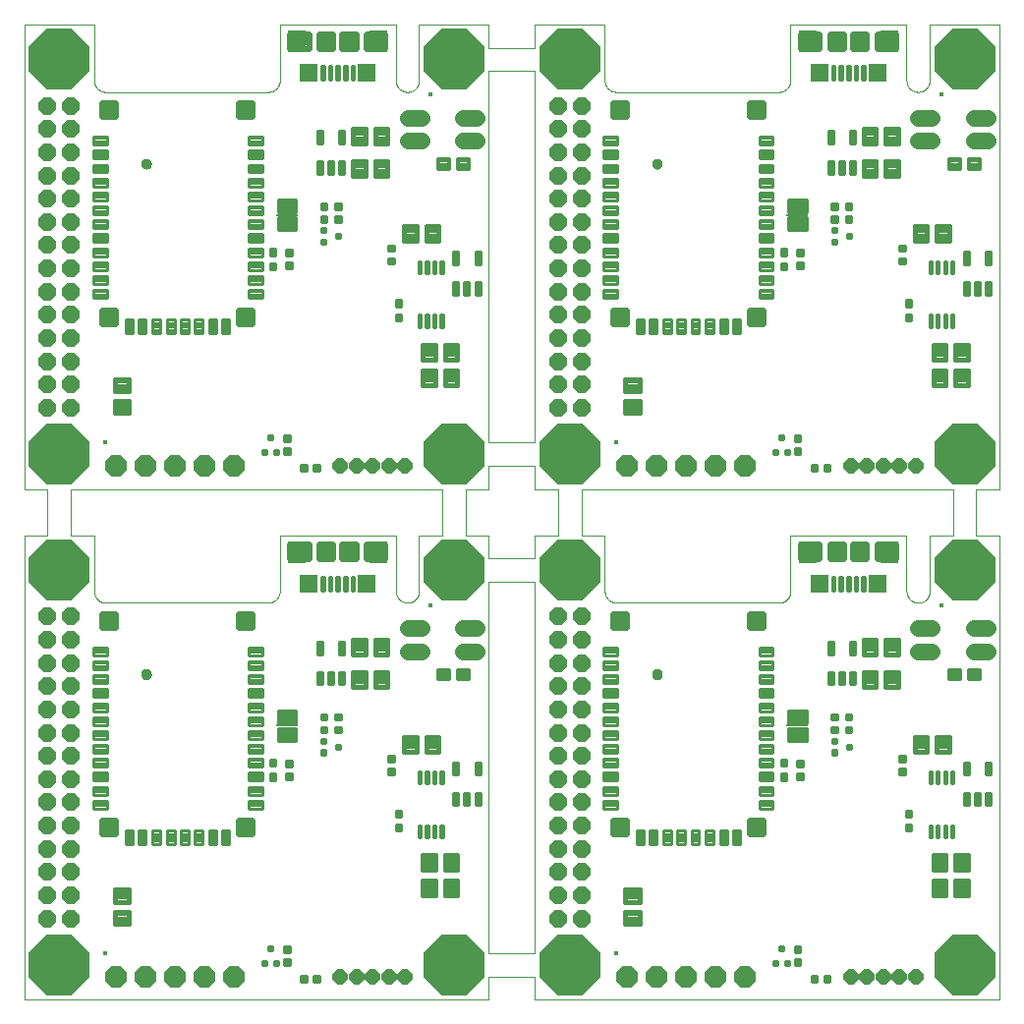
<source format=gts>
G75*
%MOIN*%
%OFA0B0*%
%FSLAX25Y25*%
%IPPOS*%
%LPD*%
%AMOC8*
5,1,8,0,0,1.08239X$1,22.5*
%
%ADD10C,0.00000*%
%ADD11C,0.01134*%
%ADD12C,0.02008*%
%ADD13C,0.00992*%
%ADD14C,0.00935*%
%ADD15C,0.00943*%
%ADD16C,0.03780*%
%ADD17OC8,0.07087*%
%ADD18C,0.01772*%
%ADD19OC8,0.05906*%
%ADD20C,0.01616*%
%ADD21R,0.07200X0.00600*%
%ADD22C,0.05512*%
%ADD23C,0.00945*%
%ADD24C,0.02126*%
%ADD25R,0.05906X0.05906*%
%ADD26R,0.06102X0.06102*%
%ADD27C,0.01575*%
%ADD28C,0.01417*%
%ADD29OC8,0.20472*%
%ADD30OC8,0.05118*%
D10*
X0001680Y0001394D02*
X0001680Y0158874D01*
X0009555Y0158874D01*
X0009555Y0174622D01*
X0001680Y0174622D01*
X0001680Y0332102D01*
X0025303Y0332102D01*
X0025303Y0313205D01*
X0025305Y0313081D01*
X0025311Y0312958D01*
X0025320Y0312834D01*
X0025334Y0312712D01*
X0025351Y0312589D01*
X0025373Y0312467D01*
X0025398Y0312346D01*
X0025427Y0312226D01*
X0025459Y0312107D01*
X0025496Y0311988D01*
X0025536Y0311871D01*
X0025579Y0311756D01*
X0025627Y0311641D01*
X0025678Y0311529D01*
X0025732Y0311418D01*
X0025790Y0311308D01*
X0025851Y0311201D01*
X0025916Y0311095D01*
X0025984Y0310992D01*
X0026055Y0310891D01*
X0026129Y0310792D01*
X0026206Y0310695D01*
X0026287Y0310601D01*
X0026370Y0310510D01*
X0026456Y0310421D01*
X0026545Y0310335D01*
X0026636Y0310252D01*
X0026730Y0310171D01*
X0026827Y0310094D01*
X0026926Y0310020D01*
X0027027Y0309949D01*
X0027130Y0309881D01*
X0027236Y0309816D01*
X0027343Y0309755D01*
X0027453Y0309697D01*
X0027564Y0309643D01*
X0027676Y0309592D01*
X0027791Y0309544D01*
X0027906Y0309501D01*
X0028023Y0309461D01*
X0028142Y0309424D01*
X0028261Y0309392D01*
X0028381Y0309363D01*
X0028502Y0309338D01*
X0028624Y0309316D01*
X0028747Y0309299D01*
X0028869Y0309285D01*
X0028993Y0309276D01*
X0029116Y0309270D01*
X0029240Y0309268D01*
X0084358Y0309268D01*
X0084482Y0309270D01*
X0084605Y0309276D01*
X0084729Y0309285D01*
X0084851Y0309299D01*
X0084974Y0309316D01*
X0085096Y0309338D01*
X0085217Y0309363D01*
X0085337Y0309392D01*
X0085456Y0309424D01*
X0085575Y0309461D01*
X0085692Y0309501D01*
X0085807Y0309544D01*
X0085922Y0309592D01*
X0086034Y0309643D01*
X0086145Y0309697D01*
X0086255Y0309755D01*
X0086362Y0309816D01*
X0086468Y0309881D01*
X0086571Y0309949D01*
X0086672Y0310020D01*
X0086771Y0310094D01*
X0086868Y0310171D01*
X0086962Y0310252D01*
X0087053Y0310335D01*
X0087142Y0310421D01*
X0087228Y0310510D01*
X0087311Y0310601D01*
X0087392Y0310695D01*
X0087469Y0310792D01*
X0087543Y0310891D01*
X0087614Y0310992D01*
X0087682Y0311095D01*
X0087747Y0311201D01*
X0087808Y0311308D01*
X0087866Y0311418D01*
X0087920Y0311529D01*
X0087971Y0311641D01*
X0088019Y0311756D01*
X0088062Y0311871D01*
X0088102Y0311988D01*
X0088139Y0312107D01*
X0088171Y0312226D01*
X0088200Y0312346D01*
X0088225Y0312467D01*
X0088247Y0312589D01*
X0088264Y0312712D01*
X0088278Y0312834D01*
X0088287Y0312958D01*
X0088293Y0313081D01*
X0088295Y0313205D01*
X0088295Y0332102D01*
X0127665Y0332102D01*
X0127665Y0313205D01*
X0127667Y0313081D01*
X0127673Y0312958D01*
X0127682Y0312834D01*
X0127696Y0312712D01*
X0127713Y0312589D01*
X0127735Y0312467D01*
X0127760Y0312346D01*
X0127789Y0312226D01*
X0127821Y0312107D01*
X0127858Y0311988D01*
X0127898Y0311871D01*
X0127941Y0311756D01*
X0127989Y0311641D01*
X0128040Y0311529D01*
X0128094Y0311418D01*
X0128152Y0311308D01*
X0128213Y0311201D01*
X0128278Y0311095D01*
X0128346Y0310992D01*
X0128417Y0310891D01*
X0128491Y0310792D01*
X0128568Y0310695D01*
X0128649Y0310601D01*
X0128732Y0310510D01*
X0128818Y0310421D01*
X0128907Y0310335D01*
X0128998Y0310252D01*
X0129092Y0310171D01*
X0129189Y0310094D01*
X0129288Y0310020D01*
X0129389Y0309949D01*
X0129492Y0309881D01*
X0129598Y0309816D01*
X0129705Y0309755D01*
X0129815Y0309697D01*
X0129926Y0309643D01*
X0130038Y0309592D01*
X0130153Y0309544D01*
X0130268Y0309501D01*
X0130385Y0309461D01*
X0130504Y0309424D01*
X0130623Y0309392D01*
X0130743Y0309363D01*
X0130864Y0309338D01*
X0130986Y0309316D01*
X0131109Y0309299D01*
X0131231Y0309285D01*
X0131355Y0309276D01*
X0131478Y0309270D01*
X0131602Y0309268D01*
X0131726Y0309270D01*
X0131849Y0309276D01*
X0131973Y0309285D01*
X0132095Y0309299D01*
X0132218Y0309316D01*
X0132340Y0309338D01*
X0132461Y0309363D01*
X0132581Y0309392D01*
X0132700Y0309424D01*
X0132819Y0309461D01*
X0132936Y0309501D01*
X0133051Y0309544D01*
X0133166Y0309592D01*
X0133278Y0309643D01*
X0133389Y0309697D01*
X0133499Y0309755D01*
X0133606Y0309816D01*
X0133712Y0309881D01*
X0133815Y0309949D01*
X0133916Y0310020D01*
X0134015Y0310094D01*
X0134112Y0310171D01*
X0134206Y0310252D01*
X0134297Y0310335D01*
X0134386Y0310421D01*
X0134472Y0310510D01*
X0134555Y0310601D01*
X0134636Y0310695D01*
X0134713Y0310792D01*
X0134787Y0310891D01*
X0134858Y0310992D01*
X0134926Y0311095D01*
X0134991Y0311201D01*
X0135052Y0311308D01*
X0135110Y0311418D01*
X0135164Y0311529D01*
X0135215Y0311641D01*
X0135263Y0311756D01*
X0135306Y0311871D01*
X0135346Y0311988D01*
X0135383Y0312107D01*
X0135415Y0312226D01*
X0135444Y0312346D01*
X0135469Y0312467D01*
X0135491Y0312589D01*
X0135508Y0312712D01*
X0135522Y0312834D01*
X0135531Y0312958D01*
X0135537Y0313081D01*
X0135539Y0313205D01*
X0135539Y0332102D01*
X0159161Y0332102D01*
X0159161Y0324228D01*
X0174909Y0324228D01*
X0174909Y0332102D01*
X0198531Y0332102D01*
X0198531Y0313205D01*
X0198533Y0313081D01*
X0198539Y0312958D01*
X0198548Y0312834D01*
X0198562Y0312712D01*
X0198579Y0312589D01*
X0198601Y0312467D01*
X0198626Y0312346D01*
X0198655Y0312226D01*
X0198687Y0312107D01*
X0198724Y0311988D01*
X0198764Y0311871D01*
X0198807Y0311756D01*
X0198855Y0311641D01*
X0198906Y0311529D01*
X0198960Y0311418D01*
X0199018Y0311308D01*
X0199079Y0311201D01*
X0199144Y0311095D01*
X0199212Y0310992D01*
X0199283Y0310891D01*
X0199357Y0310792D01*
X0199434Y0310695D01*
X0199515Y0310601D01*
X0199598Y0310510D01*
X0199684Y0310421D01*
X0199773Y0310335D01*
X0199864Y0310252D01*
X0199958Y0310171D01*
X0200055Y0310094D01*
X0200154Y0310020D01*
X0200255Y0309949D01*
X0200358Y0309881D01*
X0200464Y0309816D01*
X0200571Y0309755D01*
X0200681Y0309697D01*
X0200792Y0309643D01*
X0200904Y0309592D01*
X0201019Y0309544D01*
X0201134Y0309501D01*
X0201251Y0309461D01*
X0201370Y0309424D01*
X0201489Y0309392D01*
X0201609Y0309363D01*
X0201730Y0309338D01*
X0201852Y0309316D01*
X0201975Y0309299D01*
X0202097Y0309285D01*
X0202221Y0309276D01*
X0202344Y0309270D01*
X0202468Y0309268D01*
X0257586Y0309268D01*
X0257710Y0309270D01*
X0257833Y0309276D01*
X0257957Y0309285D01*
X0258079Y0309299D01*
X0258202Y0309316D01*
X0258324Y0309338D01*
X0258445Y0309363D01*
X0258565Y0309392D01*
X0258684Y0309424D01*
X0258803Y0309461D01*
X0258920Y0309501D01*
X0259035Y0309544D01*
X0259150Y0309592D01*
X0259262Y0309643D01*
X0259373Y0309697D01*
X0259483Y0309755D01*
X0259590Y0309816D01*
X0259696Y0309881D01*
X0259799Y0309949D01*
X0259900Y0310020D01*
X0259999Y0310094D01*
X0260096Y0310171D01*
X0260190Y0310252D01*
X0260281Y0310335D01*
X0260370Y0310421D01*
X0260456Y0310510D01*
X0260539Y0310601D01*
X0260620Y0310695D01*
X0260697Y0310792D01*
X0260771Y0310891D01*
X0260842Y0310992D01*
X0260910Y0311095D01*
X0260975Y0311201D01*
X0261036Y0311308D01*
X0261094Y0311418D01*
X0261148Y0311529D01*
X0261199Y0311641D01*
X0261247Y0311756D01*
X0261290Y0311871D01*
X0261330Y0311988D01*
X0261367Y0312107D01*
X0261399Y0312226D01*
X0261428Y0312346D01*
X0261453Y0312467D01*
X0261475Y0312589D01*
X0261492Y0312712D01*
X0261506Y0312834D01*
X0261515Y0312958D01*
X0261521Y0313081D01*
X0261523Y0313205D01*
X0261523Y0332102D01*
X0300893Y0332102D01*
X0300893Y0313205D01*
X0300895Y0313081D01*
X0300901Y0312958D01*
X0300910Y0312834D01*
X0300924Y0312712D01*
X0300941Y0312589D01*
X0300963Y0312467D01*
X0300988Y0312346D01*
X0301017Y0312226D01*
X0301049Y0312107D01*
X0301086Y0311988D01*
X0301126Y0311871D01*
X0301169Y0311756D01*
X0301217Y0311641D01*
X0301268Y0311529D01*
X0301322Y0311418D01*
X0301380Y0311308D01*
X0301441Y0311201D01*
X0301506Y0311095D01*
X0301574Y0310992D01*
X0301645Y0310891D01*
X0301719Y0310792D01*
X0301796Y0310695D01*
X0301877Y0310601D01*
X0301960Y0310510D01*
X0302046Y0310421D01*
X0302135Y0310335D01*
X0302226Y0310252D01*
X0302320Y0310171D01*
X0302417Y0310094D01*
X0302516Y0310020D01*
X0302617Y0309949D01*
X0302720Y0309881D01*
X0302826Y0309816D01*
X0302933Y0309755D01*
X0303043Y0309697D01*
X0303154Y0309643D01*
X0303266Y0309592D01*
X0303381Y0309544D01*
X0303496Y0309501D01*
X0303613Y0309461D01*
X0303732Y0309424D01*
X0303851Y0309392D01*
X0303971Y0309363D01*
X0304092Y0309338D01*
X0304214Y0309316D01*
X0304337Y0309299D01*
X0304459Y0309285D01*
X0304583Y0309276D01*
X0304706Y0309270D01*
X0304830Y0309268D01*
X0304954Y0309270D01*
X0305077Y0309276D01*
X0305201Y0309285D01*
X0305323Y0309299D01*
X0305446Y0309316D01*
X0305568Y0309338D01*
X0305689Y0309363D01*
X0305809Y0309392D01*
X0305928Y0309424D01*
X0306047Y0309461D01*
X0306164Y0309501D01*
X0306279Y0309544D01*
X0306394Y0309592D01*
X0306506Y0309643D01*
X0306617Y0309697D01*
X0306727Y0309755D01*
X0306834Y0309816D01*
X0306940Y0309881D01*
X0307043Y0309949D01*
X0307144Y0310020D01*
X0307243Y0310094D01*
X0307340Y0310171D01*
X0307434Y0310252D01*
X0307525Y0310335D01*
X0307614Y0310421D01*
X0307700Y0310510D01*
X0307783Y0310601D01*
X0307864Y0310695D01*
X0307941Y0310792D01*
X0308015Y0310891D01*
X0308086Y0310992D01*
X0308154Y0311095D01*
X0308219Y0311201D01*
X0308280Y0311308D01*
X0308338Y0311418D01*
X0308392Y0311529D01*
X0308443Y0311641D01*
X0308491Y0311756D01*
X0308534Y0311871D01*
X0308574Y0311988D01*
X0308611Y0312107D01*
X0308643Y0312226D01*
X0308672Y0312346D01*
X0308697Y0312467D01*
X0308719Y0312589D01*
X0308736Y0312712D01*
X0308750Y0312834D01*
X0308759Y0312958D01*
X0308765Y0313081D01*
X0308767Y0313205D01*
X0308767Y0332102D01*
X0332389Y0332102D01*
X0332389Y0174622D01*
X0324515Y0174622D01*
X0324515Y0158874D01*
X0332389Y0158874D01*
X0332389Y0001394D01*
X0174909Y0001394D01*
X0174909Y0009268D01*
X0159161Y0009268D01*
X0159161Y0001394D01*
X0001680Y0001394D01*
X0041444Y0111630D02*
X0041446Y0111709D01*
X0041452Y0111788D01*
X0041462Y0111867D01*
X0041476Y0111945D01*
X0041493Y0112022D01*
X0041515Y0112098D01*
X0041540Y0112173D01*
X0041570Y0112246D01*
X0041602Y0112318D01*
X0041639Y0112389D01*
X0041679Y0112457D01*
X0041722Y0112523D01*
X0041768Y0112587D01*
X0041818Y0112649D01*
X0041871Y0112708D01*
X0041926Y0112764D01*
X0041985Y0112818D01*
X0042046Y0112868D01*
X0042109Y0112916D01*
X0042175Y0112960D01*
X0042243Y0113001D01*
X0042313Y0113038D01*
X0042384Y0113072D01*
X0042458Y0113102D01*
X0042532Y0113128D01*
X0042608Y0113150D01*
X0042685Y0113169D01*
X0042763Y0113184D01*
X0042841Y0113195D01*
X0042920Y0113202D01*
X0042999Y0113205D01*
X0043078Y0113204D01*
X0043157Y0113199D01*
X0043236Y0113190D01*
X0043314Y0113177D01*
X0043391Y0113160D01*
X0043468Y0113140D01*
X0043543Y0113115D01*
X0043617Y0113087D01*
X0043690Y0113055D01*
X0043760Y0113020D01*
X0043829Y0112981D01*
X0043896Y0112938D01*
X0043961Y0112892D01*
X0044023Y0112844D01*
X0044083Y0112792D01*
X0044140Y0112737D01*
X0044194Y0112679D01*
X0044245Y0112619D01*
X0044293Y0112556D01*
X0044338Y0112491D01*
X0044380Y0112423D01*
X0044418Y0112354D01*
X0044452Y0112283D01*
X0044483Y0112210D01*
X0044511Y0112135D01*
X0044534Y0112060D01*
X0044554Y0111983D01*
X0044570Y0111906D01*
X0044582Y0111827D01*
X0044590Y0111749D01*
X0044594Y0111670D01*
X0044594Y0111590D01*
X0044590Y0111511D01*
X0044582Y0111433D01*
X0044570Y0111354D01*
X0044554Y0111277D01*
X0044534Y0111200D01*
X0044511Y0111125D01*
X0044483Y0111050D01*
X0044452Y0110977D01*
X0044418Y0110906D01*
X0044380Y0110837D01*
X0044338Y0110769D01*
X0044293Y0110704D01*
X0044245Y0110641D01*
X0044194Y0110581D01*
X0044140Y0110523D01*
X0044083Y0110468D01*
X0044023Y0110416D01*
X0043961Y0110368D01*
X0043896Y0110322D01*
X0043829Y0110279D01*
X0043760Y0110240D01*
X0043690Y0110205D01*
X0043617Y0110173D01*
X0043543Y0110145D01*
X0043468Y0110120D01*
X0043391Y0110100D01*
X0043314Y0110083D01*
X0043236Y0110070D01*
X0043157Y0110061D01*
X0043078Y0110056D01*
X0042999Y0110055D01*
X0042920Y0110058D01*
X0042841Y0110065D01*
X0042763Y0110076D01*
X0042685Y0110091D01*
X0042608Y0110110D01*
X0042532Y0110132D01*
X0042458Y0110158D01*
X0042384Y0110188D01*
X0042313Y0110222D01*
X0042243Y0110259D01*
X0042175Y0110300D01*
X0042109Y0110344D01*
X0042046Y0110392D01*
X0041985Y0110442D01*
X0041926Y0110496D01*
X0041871Y0110552D01*
X0041818Y0110611D01*
X0041768Y0110673D01*
X0041722Y0110737D01*
X0041679Y0110803D01*
X0041639Y0110871D01*
X0041602Y0110942D01*
X0041570Y0111014D01*
X0041540Y0111087D01*
X0041515Y0111162D01*
X0041493Y0111238D01*
X0041476Y0111315D01*
X0041462Y0111393D01*
X0041452Y0111472D01*
X0041446Y0111551D01*
X0041444Y0111630D01*
X0029240Y0136039D02*
X0084358Y0136039D01*
X0084482Y0136041D01*
X0084605Y0136047D01*
X0084729Y0136056D01*
X0084851Y0136070D01*
X0084974Y0136087D01*
X0085096Y0136109D01*
X0085217Y0136134D01*
X0085337Y0136163D01*
X0085456Y0136195D01*
X0085575Y0136232D01*
X0085692Y0136272D01*
X0085807Y0136315D01*
X0085922Y0136363D01*
X0086034Y0136414D01*
X0086145Y0136468D01*
X0086255Y0136526D01*
X0086362Y0136587D01*
X0086468Y0136652D01*
X0086571Y0136720D01*
X0086672Y0136791D01*
X0086771Y0136865D01*
X0086868Y0136942D01*
X0086962Y0137023D01*
X0087053Y0137106D01*
X0087142Y0137192D01*
X0087228Y0137281D01*
X0087311Y0137372D01*
X0087392Y0137466D01*
X0087469Y0137563D01*
X0087543Y0137662D01*
X0087614Y0137763D01*
X0087682Y0137866D01*
X0087747Y0137972D01*
X0087808Y0138079D01*
X0087866Y0138189D01*
X0087920Y0138300D01*
X0087971Y0138412D01*
X0088019Y0138527D01*
X0088062Y0138642D01*
X0088102Y0138759D01*
X0088139Y0138878D01*
X0088171Y0138997D01*
X0088200Y0139117D01*
X0088225Y0139238D01*
X0088247Y0139360D01*
X0088264Y0139483D01*
X0088278Y0139605D01*
X0088287Y0139729D01*
X0088293Y0139852D01*
X0088295Y0139976D01*
X0088295Y0158874D01*
X0127665Y0158874D01*
X0127665Y0139976D01*
X0127667Y0139852D01*
X0127673Y0139729D01*
X0127682Y0139605D01*
X0127696Y0139483D01*
X0127713Y0139360D01*
X0127735Y0139238D01*
X0127760Y0139117D01*
X0127789Y0138997D01*
X0127821Y0138878D01*
X0127858Y0138759D01*
X0127898Y0138642D01*
X0127941Y0138527D01*
X0127989Y0138412D01*
X0128040Y0138300D01*
X0128094Y0138189D01*
X0128152Y0138079D01*
X0128213Y0137972D01*
X0128278Y0137866D01*
X0128346Y0137763D01*
X0128417Y0137662D01*
X0128491Y0137563D01*
X0128568Y0137466D01*
X0128649Y0137372D01*
X0128732Y0137281D01*
X0128818Y0137192D01*
X0128907Y0137106D01*
X0128998Y0137023D01*
X0129092Y0136942D01*
X0129189Y0136865D01*
X0129288Y0136791D01*
X0129389Y0136720D01*
X0129492Y0136652D01*
X0129598Y0136587D01*
X0129705Y0136526D01*
X0129815Y0136468D01*
X0129926Y0136414D01*
X0130038Y0136363D01*
X0130153Y0136315D01*
X0130268Y0136272D01*
X0130385Y0136232D01*
X0130504Y0136195D01*
X0130623Y0136163D01*
X0130743Y0136134D01*
X0130864Y0136109D01*
X0130986Y0136087D01*
X0131109Y0136070D01*
X0131231Y0136056D01*
X0131355Y0136047D01*
X0131478Y0136041D01*
X0131602Y0136039D01*
X0131726Y0136041D01*
X0131849Y0136047D01*
X0131973Y0136056D01*
X0132095Y0136070D01*
X0132218Y0136087D01*
X0132340Y0136109D01*
X0132461Y0136134D01*
X0132581Y0136163D01*
X0132700Y0136195D01*
X0132819Y0136232D01*
X0132936Y0136272D01*
X0133051Y0136315D01*
X0133166Y0136363D01*
X0133278Y0136414D01*
X0133389Y0136468D01*
X0133499Y0136526D01*
X0133606Y0136587D01*
X0133712Y0136652D01*
X0133815Y0136720D01*
X0133916Y0136791D01*
X0134015Y0136865D01*
X0134112Y0136942D01*
X0134206Y0137023D01*
X0134297Y0137106D01*
X0134386Y0137192D01*
X0134472Y0137281D01*
X0134555Y0137372D01*
X0134636Y0137466D01*
X0134713Y0137563D01*
X0134787Y0137662D01*
X0134858Y0137763D01*
X0134926Y0137866D01*
X0134991Y0137972D01*
X0135052Y0138079D01*
X0135110Y0138189D01*
X0135164Y0138300D01*
X0135215Y0138412D01*
X0135263Y0138527D01*
X0135306Y0138642D01*
X0135346Y0138759D01*
X0135383Y0138878D01*
X0135415Y0138997D01*
X0135444Y0139117D01*
X0135469Y0139238D01*
X0135491Y0139360D01*
X0135508Y0139483D01*
X0135522Y0139605D01*
X0135531Y0139729D01*
X0135537Y0139852D01*
X0135539Y0139976D01*
X0135539Y0158874D01*
X0143413Y0158874D01*
X0143413Y0174622D01*
X0017429Y0174622D01*
X0017429Y0158874D01*
X0025303Y0158874D01*
X0025303Y0139976D01*
X0025305Y0139852D01*
X0025311Y0139729D01*
X0025320Y0139605D01*
X0025334Y0139483D01*
X0025351Y0139360D01*
X0025373Y0139238D01*
X0025398Y0139117D01*
X0025427Y0138997D01*
X0025459Y0138878D01*
X0025496Y0138759D01*
X0025536Y0138642D01*
X0025579Y0138527D01*
X0025627Y0138412D01*
X0025678Y0138300D01*
X0025732Y0138189D01*
X0025790Y0138079D01*
X0025851Y0137972D01*
X0025916Y0137866D01*
X0025984Y0137763D01*
X0026055Y0137662D01*
X0026129Y0137563D01*
X0026206Y0137466D01*
X0026287Y0137372D01*
X0026370Y0137281D01*
X0026456Y0137192D01*
X0026545Y0137106D01*
X0026636Y0137023D01*
X0026730Y0136942D01*
X0026827Y0136865D01*
X0026926Y0136791D01*
X0027027Y0136720D01*
X0027130Y0136652D01*
X0027236Y0136587D01*
X0027343Y0136526D01*
X0027453Y0136468D01*
X0027564Y0136414D01*
X0027676Y0136363D01*
X0027791Y0136315D01*
X0027906Y0136272D01*
X0028023Y0136232D01*
X0028142Y0136195D01*
X0028261Y0136163D01*
X0028381Y0136134D01*
X0028502Y0136109D01*
X0028624Y0136087D01*
X0028747Y0136070D01*
X0028869Y0136056D01*
X0028993Y0136047D01*
X0029116Y0136041D01*
X0029240Y0136039D01*
X0151287Y0158874D02*
X0151287Y0174622D01*
X0159161Y0174622D01*
X0159161Y0182496D01*
X0174909Y0182496D01*
X0174909Y0174622D01*
X0182783Y0174622D01*
X0182783Y0158874D01*
X0174909Y0158874D01*
X0174909Y0151000D01*
X0159161Y0151000D01*
X0159161Y0158874D01*
X0151287Y0158874D01*
X0159161Y0143126D02*
X0174909Y0143126D01*
X0174909Y0017142D01*
X0159161Y0017142D01*
X0159161Y0143126D01*
X0190657Y0158874D02*
X0190657Y0174622D01*
X0316641Y0174622D01*
X0316641Y0158874D01*
X0308767Y0158874D01*
X0308767Y0139976D01*
X0304830Y0136039D02*
X0304706Y0136041D01*
X0304583Y0136047D01*
X0304459Y0136056D01*
X0304337Y0136070D01*
X0304214Y0136087D01*
X0304092Y0136109D01*
X0303971Y0136134D01*
X0303851Y0136163D01*
X0303732Y0136195D01*
X0303613Y0136232D01*
X0303496Y0136272D01*
X0303381Y0136315D01*
X0303266Y0136363D01*
X0303154Y0136414D01*
X0303043Y0136468D01*
X0302933Y0136526D01*
X0302826Y0136587D01*
X0302720Y0136652D01*
X0302617Y0136720D01*
X0302516Y0136791D01*
X0302417Y0136865D01*
X0302320Y0136942D01*
X0302226Y0137023D01*
X0302135Y0137106D01*
X0302046Y0137192D01*
X0301960Y0137281D01*
X0301877Y0137372D01*
X0301796Y0137466D01*
X0301719Y0137563D01*
X0301645Y0137662D01*
X0301574Y0137763D01*
X0301506Y0137866D01*
X0301441Y0137972D01*
X0301380Y0138079D01*
X0301322Y0138189D01*
X0301268Y0138300D01*
X0301217Y0138412D01*
X0301169Y0138527D01*
X0301126Y0138642D01*
X0301086Y0138759D01*
X0301049Y0138878D01*
X0301017Y0138997D01*
X0300988Y0139117D01*
X0300963Y0139238D01*
X0300941Y0139360D01*
X0300924Y0139483D01*
X0300910Y0139605D01*
X0300901Y0139729D01*
X0300895Y0139852D01*
X0300893Y0139976D01*
X0300893Y0158874D01*
X0261523Y0158874D01*
X0261523Y0139976D01*
X0261521Y0139852D01*
X0261515Y0139729D01*
X0261506Y0139605D01*
X0261492Y0139483D01*
X0261475Y0139360D01*
X0261453Y0139238D01*
X0261428Y0139117D01*
X0261399Y0138997D01*
X0261367Y0138878D01*
X0261330Y0138759D01*
X0261290Y0138642D01*
X0261247Y0138527D01*
X0261199Y0138412D01*
X0261148Y0138300D01*
X0261094Y0138189D01*
X0261036Y0138079D01*
X0260975Y0137972D01*
X0260910Y0137866D01*
X0260842Y0137763D01*
X0260771Y0137662D01*
X0260697Y0137563D01*
X0260620Y0137466D01*
X0260539Y0137372D01*
X0260456Y0137281D01*
X0260370Y0137192D01*
X0260281Y0137106D01*
X0260190Y0137023D01*
X0260096Y0136942D01*
X0259999Y0136865D01*
X0259900Y0136791D01*
X0259799Y0136720D01*
X0259696Y0136652D01*
X0259590Y0136587D01*
X0259483Y0136526D01*
X0259373Y0136468D01*
X0259262Y0136414D01*
X0259150Y0136363D01*
X0259035Y0136315D01*
X0258920Y0136272D01*
X0258803Y0136232D01*
X0258684Y0136195D01*
X0258565Y0136163D01*
X0258445Y0136134D01*
X0258324Y0136109D01*
X0258202Y0136087D01*
X0258079Y0136070D01*
X0257957Y0136056D01*
X0257833Y0136047D01*
X0257710Y0136041D01*
X0257586Y0136039D01*
X0202468Y0136039D01*
X0202344Y0136041D01*
X0202221Y0136047D01*
X0202097Y0136056D01*
X0201975Y0136070D01*
X0201852Y0136087D01*
X0201730Y0136109D01*
X0201609Y0136134D01*
X0201489Y0136163D01*
X0201370Y0136195D01*
X0201251Y0136232D01*
X0201134Y0136272D01*
X0201019Y0136315D01*
X0200904Y0136363D01*
X0200792Y0136414D01*
X0200681Y0136468D01*
X0200571Y0136526D01*
X0200464Y0136587D01*
X0200358Y0136652D01*
X0200255Y0136720D01*
X0200154Y0136791D01*
X0200055Y0136865D01*
X0199958Y0136942D01*
X0199864Y0137023D01*
X0199773Y0137106D01*
X0199684Y0137192D01*
X0199598Y0137281D01*
X0199515Y0137372D01*
X0199434Y0137466D01*
X0199357Y0137563D01*
X0199283Y0137662D01*
X0199212Y0137763D01*
X0199144Y0137866D01*
X0199079Y0137972D01*
X0199018Y0138079D01*
X0198960Y0138189D01*
X0198906Y0138300D01*
X0198855Y0138412D01*
X0198807Y0138527D01*
X0198764Y0138642D01*
X0198724Y0138759D01*
X0198687Y0138878D01*
X0198655Y0138997D01*
X0198626Y0139117D01*
X0198601Y0139238D01*
X0198579Y0139360D01*
X0198562Y0139483D01*
X0198548Y0139605D01*
X0198539Y0139729D01*
X0198533Y0139852D01*
X0198531Y0139976D01*
X0198531Y0158874D01*
X0190657Y0158874D01*
X0174909Y0190370D02*
X0159161Y0190370D01*
X0159161Y0316354D01*
X0174909Y0316354D01*
X0174909Y0190370D01*
X0214672Y0111630D02*
X0214674Y0111709D01*
X0214680Y0111788D01*
X0214690Y0111867D01*
X0214704Y0111945D01*
X0214721Y0112022D01*
X0214743Y0112098D01*
X0214768Y0112173D01*
X0214798Y0112246D01*
X0214830Y0112318D01*
X0214867Y0112389D01*
X0214907Y0112457D01*
X0214950Y0112523D01*
X0214996Y0112587D01*
X0215046Y0112649D01*
X0215099Y0112708D01*
X0215154Y0112764D01*
X0215213Y0112818D01*
X0215274Y0112868D01*
X0215337Y0112916D01*
X0215403Y0112960D01*
X0215471Y0113001D01*
X0215541Y0113038D01*
X0215612Y0113072D01*
X0215686Y0113102D01*
X0215760Y0113128D01*
X0215836Y0113150D01*
X0215913Y0113169D01*
X0215991Y0113184D01*
X0216069Y0113195D01*
X0216148Y0113202D01*
X0216227Y0113205D01*
X0216306Y0113204D01*
X0216385Y0113199D01*
X0216464Y0113190D01*
X0216542Y0113177D01*
X0216619Y0113160D01*
X0216696Y0113140D01*
X0216771Y0113115D01*
X0216845Y0113087D01*
X0216918Y0113055D01*
X0216988Y0113020D01*
X0217057Y0112981D01*
X0217124Y0112938D01*
X0217189Y0112892D01*
X0217251Y0112844D01*
X0217311Y0112792D01*
X0217368Y0112737D01*
X0217422Y0112679D01*
X0217473Y0112619D01*
X0217521Y0112556D01*
X0217566Y0112491D01*
X0217608Y0112423D01*
X0217646Y0112354D01*
X0217680Y0112283D01*
X0217711Y0112210D01*
X0217739Y0112135D01*
X0217762Y0112060D01*
X0217782Y0111983D01*
X0217798Y0111906D01*
X0217810Y0111827D01*
X0217818Y0111749D01*
X0217822Y0111670D01*
X0217822Y0111590D01*
X0217818Y0111511D01*
X0217810Y0111433D01*
X0217798Y0111354D01*
X0217782Y0111277D01*
X0217762Y0111200D01*
X0217739Y0111125D01*
X0217711Y0111050D01*
X0217680Y0110977D01*
X0217646Y0110906D01*
X0217608Y0110837D01*
X0217566Y0110769D01*
X0217521Y0110704D01*
X0217473Y0110641D01*
X0217422Y0110581D01*
X0217368Y0110523D01*
X0217311Y0110468D01*
X0217251Y0110416D01*
X0217189Y0110368D01*
X0217124Y0110322D01*
X0217057Y0110279D01*
X0216988Y0110240D01*
X0216918Y0110205D01*
X0216845Y0110173D01*
X0216771Y0110145D01*
X0216696Y0110120D01*
X0216619Y0110100D01*
X0216542Y0110083D01*
X0216464Y0110070D01*
X0216385Y0110061D01*
X0216306Y0110056D01*
X0216227Y0110055D01*
X0216148Y0110058D01*
X0216069Y0110065D01*
X0215991Y0110076D01*
X0215913Y0110091D01*
X0215836Y0110110D01*
X0215760Y0110132D01*
X0215686Y0110158D01*
X0215612Y0110188D01*
X0215541Y0110222D01*
X0215471Y0110259D01*
X0215403Y0110300D01*
X0215337Y0110344D01*
X0215274Y0110392D01*
X0215213Y0110442D01*
X0215154Y0110496D01*
X0215099Y0110552D01*
X0215046Y0110611D01*
X0214996Y0110673D01*
X0214950Y0110737D01*
X0214907Y0110803D01*
X0214867Y0110871D01*
X0214830Y0110942D01*
X0214798Y0111014D01*
X0214768Y0111087D01*
X0214743Y0111162D01*
X0214721Y0111238D01*
X0214704Y0111315D01*
X0214690Y0111393D01*
X0214680Y0111472D01*
X0214674Y0111551D01*
X0214672Y0111630D01*
X0304830Y0136039D02*
X0304954Y0136041D01*
X0305077Y0136047D01*
X0305201Y0136056D01*
X0305323Y0136070D01*
X0305446Y0136087D01*
X0305568Y0136109D01*
X0305689Y0136134D01*
X0305809Y0136163D01*
X0305928Y0136195D01*
X0306047Y0136232D01*
X0306164Y0136272D01*
X0306279Y0136315D01*
X0306394Y0136363D01*
X0306506Y0136414D01*
X0306617Y0136468D01*
X0306727Y0136526D01*
X0306834Y0136587D01*
X0306940Y0136652D01*
X0307043Y0136720D01*
X0307144Y0136791D01*
X0307243Y0136865D01*
X0307340Y0136942D01*
X0307434Y0137023D01*
X0307525Y0137106D01*
X0307614Y0137192D01*
X0307700Y0137281D01*
X0307783Y0137372D01*
X0307864Y0137466D01*
X0307941Y0137563D01*
X0308015Y0137662D01*
X0308086Y0137763D01*
X0308154Y0137866D01*
X0308219Y0137972D01*
X0308280Y0138079D01*
X0308338Y0138189D01*
X0308392Y0138300D01*
X0308443Y0138412D01*
X0308491Y0138527D01*
X0308534Y0138642D01*
X0308574Y0138759D01*
X0308611Y0138878D01*
X0308643Y0138997D01*
X0308672Y0139117D01*
X0308697Y0139238D01*
X0308719Y0139360D01*
X0308736Y0139483D01*
X0308750Y0139605D01*
X0308759Y0139729D01*
X0308765Y0139852D01*
X0308767Y0139976D01*
X0214672Y0284858D02*
X0214674Y0284937D01*
X0214680Y0285016D01*
X0214690Y0285095D01*
X0214704Y0285173D01*
X0214721Y0285250D01*
X0214743Y0285326D01*
X0214768Y0285401D01*
X0214798Y0285474D01*
X0214830Y0285546D01*
X0214867Y0285617D01*
X0214907Y0285685D01*
X0214950Y0285751D01*
X0214996Y0285815D01*
X0215046Y0285877D01*
X0215099Y0285936D01*
X0215154Y0285992D01*
X0215213Y0286046D01*
X0215274Y0286096D01*
X0215337Y0286144D01*
X0215403Y0286188D01*
X0215471Y0286229D01*
X0215541Y0286266D01*
X0215612Y0286300D01*
X0215686Y0286330D01*
X0215760Y0286356D01*
X0215836Y0286378D01*
X0215913Y0286397D01*
X0215991Y0286412D01*
X0216069Y0286423D01*
X0216148Y0286430D01*
X0216227Y0286433D01*
X0216306Y0286432D01*
X0216385Y0286427D01*
X0216464Y0286418D01*
X0216542Y0286405D01*
X0216619Y0286388D01*
X0216696Y0286368D01*
X0216771Y0286343D01*
X0216845Y0286315D01*
X0216918Y0286283D01*
X0216988Y0286248D01*
X0217057Y0286209D01*
X0217124Y0286166D01*
X0217189Y0286120D01*
X0217251Y0286072D01*
X0217311Y0286020D01*
X0217368Y0285965D01*
X0217422Y0285907D01*
X0217473Y0285847D01*
X0217521Y0285784D01*
X0217566Y0285719D01*
X0217608Y0285651D01*
X0217646Y0285582D01*
X0217680Y0285511D01*
X0217711Y0285438D01*
X0217739Y0285363D01*
X0217762Y0285288D01*
X0217782Y0285211D01*
X0217798Y0285134D01*
X0217810Y0285055D01*
X0217818Y0284977D01*
X0217822Y0284898D01*
X0217822Y0284818D01*
X0217818Y0284739D01*
X0217810Y0284661D01*
X0217798Y0284582D01*
X0217782Y0284505D01*
X0217762Y0284428D01*
X0217739Y0284353D01*
X0217711Y0284278D01*
X0217680Y0284205D01*
X0217646Y0284134D01*
X0217608Y0284065D01*
X0217566Y0283997D01*
X0217521Y0283932D01*
X0217473Y0283869D01*
X0217422Y0283809D01*
X0217368Y0283751D01*
X0217311Y0283696D01*
X0217251Y0283644D01*
X0217189Y0283596D01*
X0217124Y0283550D01*
X0217057Y0283507D01*
X0216988Y0283468D01*
X0216918Y0283433D01*
X0216845Y0283401D01*
X0216771Y0283373D01*
X0216696Y0283348D01*
X0216619Y0283328D01*
X0216542Y0283311D01*
X0216464Y0283298D01*
X0216385Y0283289D01*
X0216306Y0283284D01*
X0216227Y0283283D01*
X0216148Y0283286D01*
X0216069Y0283293D01*
X0215991Y0283304D01*
X0215913Y0283319D01*
X0215836Y0283338D01*
X0215760Y0283360D01*
X0215686Y0283386D01*
X0215612Y0283416D01*
X0215541Y0283450D01*
X0215471Y0283487D01*
X0215403Y0283528D01*
X0215337Y0283572D01*
X0215274Y0283620D01*
X0215213Y0283670D01*
X0215154Y0283724D01*
X0215099Y0283780D01*
X0215046Y0283839D01*
X0214996Y0283901D01*
X0214950Y0283965D01*
X0214907Y0284031D01*
X0214867Y0284099D01*
X0214830Y0284170D01*
X0214798Y0284242D01*
X0214768Y0284315D01*
X0214743Y0284390D01*
X0214721Y0284466D01*
X0214704Y0284543D01*
X0214690Y0284621D01*
X0214680Y0284700D01*
X0214674Y0284779D01*
X0214672Y0284858D01*
X0041444Y0284858D02*
X0041446Y0284937D01*
X0041452Y0285016D01*
X0041462Y0285095D01*
X0041476Y0285173D01*
X0041493Y0285250D01*
X0041515Y0285326D01*
X0041540Y0285401D01*
X0041570Y0285474D01*
X0041602Y0285546D01*
X0041639Y0285617D01*
X0041679Y0285685D01*
X0041722Y0285751D01*
X0041768Y0285815D01*
X0041818Y0285877D01*
X0041871Y0285936D01*
X0041926Y0285992D01*
X0041985Y0286046D01*
X0042046Y0286096D01*
X0042109Y0286144D01*
X0042175Y0286188D01*
X0042243Y0286229D01*
X0042313Y0286266D01*
X0042384Y0286300D01*
X0042458Y0286330D01*
X0042532Y0286356D01*
X0042608Y0286378D01*
X0042685Y0286397D01*
X0042763Y0286412D01*
X0042841Y0286423D01*
X0042920Y0286430D01*
X0042999Y0286433D01*
X0043078Y0286432D01*
X0043157Y0286427D01*
X0043236Y0286418D01*
X0043314Y0286405D01*
X0043391Y0286388D01*
X0043468Y0286368D01*
X0043543Y0286343D01*
X0043617Y0286315D01*
X0043690Y0286283D01*
X0043760Y0286248D01*
X0043829Y0286209D01*
X0043896Y0286166D01*
X0043961Y0286120D01*
X0044023Y0286072D01*
X0044083Y0286020D01*
X0044140Y0285965D01*
X0044194Y0285907D01*
X0044245Y0285847D01*
X0044293Y0285784D01*
X0044338Y0285719D01*
X0044380Y0285651D01*
X0044418Y0285582D01*
X0044452Y0285511D01*
X0044483Y0285438D01*
X0044511Y0285363D01*
X0044534Y0285288D01*
X0044554Y0285211D01*
X0044570Y0285134D01*
X0044582Y0285055D01*
X0044590Y0284977D01*
X0044594Y0284898D01*
X0044594Y0284818D01*
X0044590Y0284739D01*
X0044582Y0284661D01*
X0044570Y0284582D01*
X0044554Y0284505D01*
X0044534Y0284428D01*
X0044511Y0284353D01*
X0044483Y0284278D01*
X0044452Y0284205D01*
X0044418Y0284134D01*
X0044380Y0284065D01*
X0044338Y0283997D01*
X0044293Y0283932D01*
X0044245Y0283869D01*
X0044194Y0283809D01*
X0044140Y0283751D01*
X0044083Y0283696D01*
X0044023Y0283644D01*
X0043961Y0283596D01*
X0043896Y0283550D01*
X0043829Y0283507D01*
X0043760Y0283468D01*
X0043690Y0283433D01*
X0043617Y0283401D01*
X0043543Y0283373D01*
X0043468Y0283348D01*
X0043391Y0283328D01*
X0043314Y0283311D01*
X0043236Y0283298D01*
X0043157Y0283289D01*
X0043078Y0283284D01*
X0042999Y0283283D01*
X0042920Y0283286D01*
X0042841Y0283293D01*
X0042763Y0283304D01*
X0042685Y0283319D01*
X0042608Y0283338D01*
X0042532Y0283360D01*
X0042458Y0283386D01*
X0042384Y0283416D01*
X0042313Y0283450D01*
X0042243Y0283487D01*
X0042175Y0283528D01*
X0042109Y0283572D01*
X0042046Y0283620D01*
X0041985Y0283670D01*
X0041926Y0283724D01*
X0041871Y0283780D01*
X0041818Y0283839D01*
X0041768Y0283901D01*
X0041722Y0283965D01*
X0041679Y0284031D01*
X0041639Y0284099D01*
X0041602Y0284170D01*
X0041570Y0284242D01*
X0041540Y0284315D01*
X0041515Y0284390D01*
X0041493Y0284466D01*
X0041476Y0284543D01*
X0041462Y0284621D01*
X0041452Y0284700D01*
X0041446Y0284779D01*
X0041444Y0284858D01*
D11*
X0029578Y0281960D02*
X0024964Y0281960D01*
X0024964Y0284606D01*
X0029578Y0284606D01*
X0029578Y0281960D01*
X0029578Y0283093D02*
X0024964Y0283093D01*
X0024964Y0284226D02*
X0029578Y0284226D01*
X0029578Y0286685D02*
X0024964Y0286685D01*
X0024964Y0289331D01*
X0029578Y0289331D01*
X0029578Y0286685D01*
X0029578Y0287818D02*
X0024964Y0287818D01*
X0024964Y0288951D02*
X0029578Y0288951D01*
X0029578Y0291409D02*
X0024964Y0291409D01*
X0024964Y0294055D01*
X0029578Y0294055D01*
X0029578Y0291409D01*
X0029578Y0292542D02*
X0024964Y0292542D01*
X0024964Y0293675D02*
X0029578Y0293675D01*
X0029578Y0277236D02*
X0024964Y0277236D01*
X0024964Y0279882D01*
X0029578Y0279882D01*
X0029578Y0277236D01*
X0029578Y0278369D02*
X0024964Y0278369D01*
X0024964Y0279502D02*
X0029578Y0279502D01*
X0029578Y0272512D02*
X0024964Y0272512D01*
X0024964Y0275158D01*
X0029578Y0275158D01*
X0029578Y0272512D01*
X0029578Y0273645D02*
X0024964Y0273645D01*
X0024964Y0274778D02*
X0029578Y0274778D01*
X0029578Y0267787D02*
X0024964Y0267787D01*
X0024964Y0270433D01*
X0029578Y0270433D01*
X0029578Y0267787D01*
X0029578Y0268920D02*
X0024964Y0268920D01*
X0024964Y0270053D02*
X0029578Y0270053D01*
X0029578Y0263063D02*
X0024964Y0263063D01*
X0024964Y0265709D01*
X0029578Y0265709D01*
X0029578Y0263063D01*
X0029578Y0264196D02*
X0024964Y0264196D01*
X0024964Y0265329D02*
X0029578Y0265329D01*
X0029578Y0258338D02*
X0024964Y0258338D01*
X0024964Y0260984D01*
X0029578Y0260984D01*
X0029578Y0258338D01*
X0029578Y0259471D02*
X0024964Y0259471D01*
X0024964Y0260604D02*
X0029578Y0260604D01*
X0029578Y0253614D02*
X0024964Y0253614D01*
X0024964Y0256260D01*
X0029578Y0256260D01*
X0029578Y0253614D01*
X0029578Y0254747D02*
X0024964Y0254747D01*
X0024964Y0255880D02*
X0029578Y0255880D01*
X0029578Y0248890D02*
X0024964Y0248890D01*
X0024964Y0251536D01*
X0029578Y0251536D01*
X0029578Y0248890D01*
X0029578Y0250023D02*
X0024964Y0250023D01*
X0024964Y0251156D02*
X0029578Y0251156D01*
X0029578Y0244165D02*
X0024964Y0244165D01*
X0024964Y0246811D01*
X0029578Y0246811D01*
X0029578Y0244165D01*
X0029578Y0245298D02*
X0024964Y0245298D01*
X0024964Y0246431D02*
X0029578Y0246431D01*
X0029578Y0239441D02*
X0024964Y0239441D01*
X0024964Y0242087D01*
X0029578Y0242087D01*
X0029578Y0239441D01*
X0029578Y0240574D02*
X0024964Y0240574D01*
X0024964Y0241707D02*
X0029578Y0241707D01*
X0045239Y0232047D02*
X0045239Y0227433D01*
X0045239Y0232047D02*
X0047885Y0232047D01*
X0047885Y0227433D01*
X0045239Y0227433D01*
X0045239Y0228566D02*
X0047885Y0228566D01*
X0047885Y0229699D02*
X0045239Y0229699D01*
X0045239Y0230832D02*
X0047885Y0230832D01*
X0047885Y0231965D02*
X0045239Y0231965D01*
X0049964Y0232047D02*
X0049964Y0227433D01*
X0049964Y0232047D02*
X0052610Y0232047D01*
X0052610Y0227433D01*
X0049964Y0227433D01*
X0049964Y0228566D02*
X0052610Y0228566D01*
X0052610Y0229699D02*
X0049964Y0229699D01*
X0049964Y0230832D02*
X0052610Y0230832D01*
X0052610Y0231965D02*
X0049964Y0231965D01*
X0054688Y0232047D02*
X0054688Y0227433D01*
X0054688Y0232047D02*
X0057334Y0232047D01*
X0057334Y0227433D01*
X0054688Y0227433D01*
X0054688Y0228566D02*
X0057334Y0228566D01*
X0057334Y0229699D02*
X0054688Y0229699D01*
X0054688Y0230832D02*
X0057334Y0230832D01*
X0057334Y0231965D02*
X0054688Y0231965D01*
X0059413Y0232047D02*
X0059413Y0227433D01*
X0059413Y0232047D02*
X0062059Y0232047D01*
X0062059Y0227433D01*
X0059413Y0227433D01*
X0059413Y0228566D02*
X0062059Y0228566D01*
X0062059Y0229699D02*
X0059413Y0229699D01*
X0059413Y0230832D02*
X0062059Y0230832D01*
X0062059Y0231965D02*
X0059413Y0231965D01*
X0077720Y0242087D02*
X0082334Y0242087D01*
X0082334Y0239441D01*
X0077720Y0239441D01*
X0077720Y0242087D01*
X0077720Y0240574D02*
X0082334Y0240574D01*
X0082334Y0241707D02*
X0077720Y0241707D01*
X0077720Y0246811D02*
X0082334Y0246811D01*
X0082334Y0244165D01*
X0077720Y0244165D01*
X0077720Y0246811D01*
X0077720Y0245298D02*
X0082334Y0245298D01*
X0082334Y0246431D02*
X0077720Y0246431D01*
X0077720Y0251536D02*
X0082334Y0251536D01*
X0082334Y0248890D01*
X0077720Y0248890D01*
X0077720Y0251536D01*
X0077720Y0250023D02*
X0082334Y0250023D01*
X0082334Y0251156D02*
X0077720Y0251156D01*
X0077720Y0256260D02*
X0082334Y0256260D01*
X0082334Y0253614D01*
X0077720Y0253614D01*
X0077720Y0256260D01*
X0077720Y0254747D02*
X0082334Y0254747D01*
X0082334Y0255880D02*
X0077720Y0255880D01*
X0077720Y0260984D02*
X0082334Y0260984D01*
X0082334Y0258338D01*
X0077720Y0258338D01*
X0077720Y0260984D01*
X0077720Y0259471D02*
X0082334Y0259471D01*
X0082334Y0260604D02*
X0077720Y0260604D01*
X0077720Y0265709D02*
X0082334Y0265709D01*
X0082334Y0263063D01*
X0077720Y0263063D01*
X0077720Y0265709D01*
X0077720Y0264196D02*
X0082334Y0264196D01*
X0082334Y0265329D02*
X0077720Y0265329D01*
X0077720Y0270433D02*
X0082334Y0270433D01*
X0082334Y0267787D01*
X0077720Y0267787D01*
X0077720Y0270433D01*
X0077720Y0268920D02*
X0082334Y0268920D01*
X0082334Y0270053D02*
X0077720Y0270053D01*
X0077720Y0275158D02*
X0082334Y0275158D01*
X0082334Y0272512D01*
X0077720Y0272512D01*
X0077720Y0275158D01*
X0077720Y0273645D02*
X0082334Y0273645D01*
X0082334Y0274778D02*
X0077720Y0274778D01*
X0077720Y0279882D02*
X0082334Y0279882D01*
X0082334Y0277236D01*
X0077720Y0277236D01*
X0077720Y0279882D01*
X0077720Y0278369D02*
X0082334Y0278369D01*
X0082334Y0279502D02*
X0077720Y0279502D01*
X0077720Y0284606D02*
X0082334Y0284606D01*
X0082334Y0281960D01*
X0077720Y0281960D01*
X0077720Y0284606D01*
X0077720Y0283093D02*
X0082334Y0283093D01*
X0082334Y0284226D02*
X0077720Y0284226D01*
X0077720Y0289331D02*
X0082334Y0289331D01*
X0082334Y0286685D01*
X0077720Y0286685D01*
X0077720Y0289331D01*
X0077720Y0287818D02*
X0082334Y0287818D01*
X0082334Y0288951D02*
X0077720Y0288951D01*
X0077720Y0294055D02*
X0082334Y0294055D01*
X0082334Y0291409D01*
X0077720Y0291409D01*
X0077720Y0294055D01*
X0077720Y0292542D02*
X0082334Y0292542D01*
X0082334Y0293675D02*
X0077720Y0293675D01*
X0198192Y0291409D02*
X0202806Y0291409D01*
X0198192Y0291409D02*
X0198192Y0294055D01*
X0202806Y0294055D01*
X0202806Y0291409D01*
X0202806Y0292542D02*
X0198192Y0292542D01*
X0198192Y0293675D02*
X0202806Y0293675D01*
X0202806Y0286685D02*
X0198192Y0286685D01*
X0198192Y0289331D01*
X0202806Y0289331D01*
X0202806Y0286685D01*
X0202806Y0287818D02*
X0198192Y0287818D01*
X0198192Y0288951D02*
X0202806Y0288951D01*
X0202806Y0281960D02*
X0198192Y0281960D01*
X0198192Y0284606D01*
X0202806Y0284606D01*
X0202806Y0281960D01*
X0202806Y0283093D02*
X0198192Y0283093D01*
X0198192Y0284226D02*
X0202806Y0284226D01*
X0202806Y0277236D02*
X0198192Y0277236D01*
X0198192Y0279882D01*
X0202806Y0279882D01*
X0202806Y0277236D01*
X0202806Y0278369D02*
X0198192Y0278369D01*
X0198192Y0279502D02*
X0202806Y0279502D01*
X0202806Y0272512D02*
X0198192Y0272512D01*
X0198192Y0275158D01*
X0202806Y0275158D01*
X0202806Y0272512D01*
X0202806Y0273645D02*
X0198192Y0273645D01*
X0198192Y0274778D02*
X0202806Y0274778D01*
X0202806Y0267787D02*
X0198192Y0267787D01*
X0198192Y0270433D01*
X0202806Y0270433D01*
X0202806Y0267787D01*
X0202806Y0268920D02*
X0198192Y0268920D01*
X0198192Y0270053D02*
X0202806Y0270053D01*
X0202806Y0263063D02*
X0198192Y0263063D01*
X0198192Y0265709D01*
X0202806Y0265709D01*
X0202806Y0263063D01*
X0202806Y0264196D02*
X0198192Y0264196D01*
X0198192Y0265329D02*
X0202806Y0265329D01*
X0202806Y0258338D02*
X0198192Y0258338D01*
X0198192Y0260984D01*
X0202806Y0260984D01*
X0202806Y0258338D01*
X0202806Y0259471D02*
X0198192Y0259471D01*
X0198192Y0260604D02*
X0202806Y0260604D01*
X0202806Y0253614D02*
X0198192Y0253614D01*
X0198192Y0256260D01*
X0202806Y0256260D01*
X0202806Y0253614D01*
X0202806Y0254747D02*
X0198192Y0254747D01*
X0198192Y0255880D02*
X0202806Y0255880D01*
X0202806Y0248890D02*
X0198192Y0248890D01*
X0198192Y0251536D01*
X0202806Y0251536D01*
X0202806Y0248890D01*
X0202806Y0250023D02*
X0198192Y0250023D01*
X0198192Y0251156D02*
X0202806Y0251156D01*
X0202806Y0244165D02*
X0198192Y0244165D01*
X0198192Y0246811D01*
X0202806Y0246811D01*
X0202806Y0244165D01*
X0202806Y0245298D02*
X0198192Y0245298D01*
X0198192Y0246431D02*
X0202806Y0246431D01*
X0202806Y0239441D02*
X0198192Y0239441D01*
X0198192Y0242087D01*
X0202806Y0242087D01*
X0202806Y0239441D01*
X0202806Y0240574D02*
X0198192Y0240574D01*
X0198192Y0241707D02*
X0202806Y0241707D01*
X0218468Y0232047D02*
X0218468Y0227433D01*
X0218468Y0232047D02*
X0221114Y0232047D01*
X0221114Y0227433D01*
X0218468Y0227433D01*
X0218468Y0228566D02*
X0221114Y0228566D01*
X0221114Y0229699D02*
X0218468Y0229699D01*
X0218468Y0230832D02*
X0221114Y0230832D01*
X0221114Y0231965D02*
X0218468Y0231965D01*
X0223192Y0232047D02*
X0223192Y0227433D01*
X0223192Y0232047D02*
X0225838Y0232047D01*
X0225838Y0227433D01*
X0223192Y0227433D01*
X0223192Y0228566D02*
X0225838Y0228566D01*
X0225838Y0229699D02*
X0223192Y0229699D01*
X0223192Y0230832D02*
X0225838Y0230832D01*
X0225838Y0231965D02*
X0223192Y0231965D01*
X0227917Y0232047D02*
X0227917Y0227433D01*
X0227917Y0232047D02*
X0230563Y0232047D01*
X0230563Y0227433D01*
X0227917Y0227433D01*
X0227917Y0228566D02*
X0230563Y0228566D01*
X0230563Y0229699D02*
X0227917Y0229699D01*
X0227917Y0230832D02*
X0230563Y0230832D01*
X0230563Y0231965D02*
X0227917Y0231965D01*
X0232641Y0232047D02*
X0232641Y0227433D01*
X0232641Y0232047D02*
X0235287Y0232047D01*
X0235287Y0227433D01*
X0232641Y0227433D01*
X0232641Y0228566D02*
X0235287Y0228566D01*
X0235287Y0229699D02*
X0232641Y0229699D01*
X0232641Y0230832D02*
X0235287Y0230832D01*
X0235287Y0231965D02*
X0232641Y0231965D01*
X0250948Y0242087D02*
X0255562Y0242087D01*
X0255562Y0239441D01*
X0250948Y0239441D01*
X0250948Y0242087D01*
X0250948Y0240574D02*
X0255562Y0240574D01*
X0255562Y0241707D02*
X0250948Y0241707D01*
X0250948Y0246811D02*
X0255562Y0246811D01*
X0255562Y0244165D01*
X0250948Y0244165D01*
X0250948Y0246811D01*
X0250948Y0245298D02*
X0255562Y0245298D01*
X0255562Y0246431D02*
X0250948Y0246431D01*
X0250948Y0251536D02*
X0255562Y0251536D01*
X0255562Y0248890D01*
X0250948Y0248890D01*
X0250948Y0251536D01*
X0250948Y0250023D02*
X0255562Y0250023D01*
X0255562Y0251156D02*
X0250948Y0251156D01*
X0250948Y0256260D02*
X0255562Y0256260D01*
X0255562Y0253614D01*
X0250948Y0253614D01*
X0250948Y0256260D01*
X0250948Y0254747D02*
X0255562Y0254747D01*
X0255562Y0255880D02*
X0250948Y0255880D01*
X0250948Y0260984D02*
X0255562Y0260984D01*
X0255562Y0258338D01*
X0250948Y0258338D01*
X0250948Y0260984D01*
X0250948Y0259471D02*
X0255562Y0259471D01*
X0255562Y0260604D02*
X0250948Y0260604D01*
X0250948Y0265709D02*
X0255562Y0265709D01*
X0255562Y0263063D01*
X0250948Y0263063D01*
X0250948Y0265709D01*
X0250948Y0264196D02*
X0255562Y0264196D01*
X0255562Y0265329D02*
X0250948Y0265329D01*
X0250948Y0270433D02*
X0255562Y0270433D01*
X0255562Y0267787D01*
X0250948Y0267787D01*
X0250948Y0270433D01*
X0250948Y0268920D02*
X0255562Y0268920D01*
X0255562Y0270053D02*
X0250948Y0270053D01*
X0250948Y0275158D02*
X0255562Y0275158D01*
X0255562Y0272512D01*
X0250948Y0272512D01*
X0250948Y0275158D01*
X0250948Y0273645D02*
X0255562Y0273645D01*
X0255562Y0274778D02*
X0250948Y0274778D01*
X0250948Y0279882D02*
X0255562Y0279882D01*
X0255562Y0277236D01*
X0250948Y0277236D01*
X0250948Y0279882D01*
X0250948Y0278369D02*
X0255562Y0278369D01*
X0255562Y0279502D02*
X0250948Y0279502D01*
X0250948Y0284606D02*
X0255562Y0284606D01*
X0255562Y0281960D01*
X0250948Y0281960D01*
X0250948Y0284606D01*
X0250948Y0283093D02*
X0255562Y0283093D01*
X0255562Y0284226D02*
X0250948Y0284226D01*
X0250948Y0289331D02*
X0255562Y0289331D01*
X0255562Y0286685D01*
X0250948Y0286685D01*
X0250948Y0289331D01*
X0250948Y0287818D02*
X0255562Y0287818D01*
X0255562Y0288951D02*
X0250948Y0288951D01*
X0250948Y0294055D02*
X0255562Y0294055D01*
X0255562Y0291409D01*
X0250948Y0291409D01*
X0250948Y0294055D01*
X0250948Y0292542D02*
X0255562Y0292542D01*
X0255562Y0293675D02*
X0250948Y0293675D01*
X0250948Y0120827D02*
X0255562Y0120827D01*
X0255562Y0118181D01*
X0250948Y0118181D01*
X0250948Y0120827D01*
X0250948Y0119314D02*
X0255562Y0119314D01*
X0255562Y0120447D02*
X0250948Y0120447D01*
X0250948Y0116103D02*
X0255562Y0116103D01*
X0255562Y0113457D01*
X0250948Y0113457D01*
X0250948Y0116103D01*
X0250948Y0114590D02*
X0255562Y0114590D01*
X0255562Y0115723D02*
X0250948Y0115723D01*
X0250948Y0111378D02*
X0255562Y0111378D01*
X0255562Y0108732D01*
X0250948Y0108732D01*
X0250948Y0111378D01*
X0250948Y0109865D02*
X0255562Y0109865D01*
X0255562Y0110998D02*
X0250948Y0110998D01*
X0250948Y0106654D02*
X0255562Y0106654D01*
X0255562Y0104008D01*
X0250948Y0104008D01*
X0250948Y0106654D01*
X0250948Y0105141D02*
X0255562Y0105141D01*
X0255562Y0106274D02*
X0250948Y0106274D01*
X0250948Y0101929D02*
X0255562Y0101929D01*
X0255562Y0099283D01*
X0250948Y0099283D01*
X0250948Y0101929D01*
X0250948Y0100416D02*
X0255562Y0100416D01*
X0255562Y0101549D02*
X0250948Y0101549D01*
X0250948Y0097205D02*
X0255562Y0097205D01*
X0255562Y0094559D01*
X0250948Y0094559D01*
X0250948Y0097205D01*
X0250948Y0095692D02*
X0255562Y0095692D01*
X0255562Y0096825D02*
X0250948Y0096825D01*
X0250948Y0092480D02*
X0255562Y0092480D01*
X0255562Y0089834D01*
X0250948Y0089834D01*
X0250948Y0092480D01*
X0250948Y0090967D02*
X0255562Y0090967D01*
X0255562Y0092100D02*
X0250948Y0092100D01*
X0250948Y0087756D02*
X0255562Y0087756D01*
X0255562Y0085110D01*
X0250948Y0085110D01*
X0250948Y0087756D01*
X0250948Y0086243D02*
X0255562Y0086243D01*
X0255562Y0087376D02*
X0250948Y0087376D01*
X0250948Y0083032D02*
X0255562Y0083032D01*
X0255562Y0080386D01*
X0250948Y0080386D01*
X0250948Y0083032D01*
X0250948Y0081519D02*
X0255562Y0081519D01*
X0255562Y0082652D02*
X0250948Y0082652D01*
X0250948Y0078307D02*
X0255562Y0078307D01*
X0255562Y0075661D01*
X0250948Y0075661D01*
X0250948Y0078307D01*
X0250948Y0076794D02*
X0255562Y0076794D01*
X0255562Y0077927D02*
X0250948Y0077927D01*
X0250948Y0073583D02*
X0255562Y0073583D01*
X0255562Y0070937D01*
X0250948Y0070937D01*
X0250948Y0073583D01*
X0250948Y0072070D02*
X0255562Y0072070D01*
X0255562Y0073203D02*
X0250948Y0073203D01*
X0250948Y0068858D02*
X0255562Y0068858D01*
X0255562Y0066212D01*
X0250948Y0066212D01*
X0250948Y0068858D01*
X0250948Y0067345D02*
X0255562Y0067345D01*
X0255562Y0068478D02*
X0250948Y0068478D01*
X0232641Y0058819D02*
X0232641Y0054205D01*
X0232641Y0058819D02*
X0235287Y0058819D01*
X0235287Y0054205D01*
X0232641Y0054205D01*
X0232641Y0055338D02*
X0235287Y0055338D01*
X0235287Y0056471D02*
X0232641Y0056471D01*
X0232641Y0057604D02*
X0235287Y0057604D01*
X0235287Y0058737D02*
X0232641Y0058737D01*
X0227917Y0058819D02*
X0227917Y0054205D01*
X0227917Y0058819D02*
X0230563Y0058819D01*
X0230563Y0054205D01*
X0227917Y0054205D01*
X0227917Y0055338D02*
X0230563Y0055338D01*
X0230563Y0056471D02*
X0227917Y0056471D01*
X0227917Y0057604D02*
X0230563Y0057604D01*
X0230563Y0058737D02*
X0227917Y0058737D01*
X0223192Y0058819D02*
X0223192Y0054205D01*
X0223192Y0058819D02*
X0225838Y0058819D01*
X0225838Y0054205D01*
X0223192Y0054205D01*
X0223192Y0055338D02*
X0225838Y0055338D01*
X0225838Y0056471D02*
X0223192Y0056471D01*
X0223192Y0057604D02*
X0225838Y0057604D01*
X0225838Y0058737D02*
X0223192Y0058737D01*
X0218468Y0058819D02*
X0218468Y0054205D01*
X0218468Y0058819D02*
X0221114Y0058819D01*
X0221114Y0054205D01*
X0218468Y0054205D01*
X0218468Y0055338D02*
X0221114Y0055338D01*
X0221114Y0056471D02*
X0218468Y0056471D01*
X0218468Y0057604D02*
X0221114Y0057604D01*
X0221114Y0058737D02*
X0218468Y0058737D01*
X0202806Y0066212D02*
X0198192Y0066212D01*
X0198192Y0068858D01*
X0202806Y0068858D01*
X0202806Y0066212D01*
X0202806Y0067345D02*
X0198192Y0067345D01*
X0198192Y0068478D02*
X0202806Y0068478D01*
X0202806Y0070937D02*
X0198192Y0070937D01*
X0198192Y0073583D01*
X0202806Y0073583D01*
X0202806Y0070937D01*
X0202806Y0072070D02*
X0198192Y0072070D01*
X0198192Y0073203D02*
X0202806Y0073203D01*
X0202806Y0075661D02*
X0198192Y0075661D01*
X0198192Y0078307D01*
X0202806Y0078307D01*
X0202806Y0075661D01*
X0202806Y0076794D02*
X0198192Y0076794D01*
X0198192Y0077927D02*
X0202806Y0077927D01*
X0202806Y0080386D02*
X0198192Y0080386D01*
X0198192Y0083032D01*
X0202806Y0083032D01*
X0202806Y0080386D01*
X0202806Y0081519D02*
X0198192Y0081519D01*
X0198192Y0082652D02*
X0202806Y0082652D01*
X0202806Y0085110D02*
X0198192Y0085110D01*
X0198192Y0087756D01*
X0202806Y0087756D01*
X0202806Y0085110D01*
X0202806Y0086243D02*
X0198192Y0086243D01*
X0198192Y0087376D02*
X0202806Y0087376D01*
X0202806Y0089834D02*
X0198192Y0089834D01*
X0198192Y0092480D01*
X0202806Y0092480D01*
X0202806Y0089834D01*
X0202806Y0090967D02*
X0198192Y0090967D01*
X0198192Y0092100D02*
X0202806Y0092100D01*
X0202806Y0094559D02*
X0198192Y0094559D01*
X0198192Y0097205D01*
X0202806Y0097205D01*
X0202806Y0094559D01*
X0202806Y0095692D02*
X0198192Y0095692D01*
X0198192Y0096825D02*
X0202806Y0096825D01*
X0202806Y0099283D02*
X0198192Y0099283D01*
X0198192Y0101929D01*
X0202806Y0101929D01*
X0202806Y0099283D01*
X0202806Y0100416D02*
X0198192Y0100416D01*
X0198192Y0101549D02*
X0202806Y0101549D01*
X0202806Y0104008D02*
X0198192Y0104008D01*
X0198192Y0106654D01*
X0202806Y0106654D01*
X0202806Y0104008D01*
X0202806Y0105141D02*
X0198192Y0105141D01*
X0198192Y0106274D02*
X0202806Y0106274D01*
X0202806Y0108732D02*
X0198192Y0108732D01*
X0198192Y0111378D01*
X0202806Y0111378D01*
X0202806Y0108732D01*
X0202806Y0109865D02*
X0198192Y0109865D01*
X0198192Y0110998D02*
X0202806Y0110998D01*
X0202806Y0113457D02*
X0198192Y0113457D01*
X0198192Y0116103D01*
X0202806Y0116103D01*
X0202806Y0113457D01*
X0202806Y0114590D02*
X0198192Y0114590D01*
X0198192Y0115723D02*
X0202806Y0115723D01*
X0202806Y0118181D02*
X0198192Y0118181D01*
X0198192Y0120827D01*
X0202806Y0120827D01*
X0202806Y0118181D01*
X0202806Y0119314D02*
X0198192Y0119314D01*
X0198192Y0120447D02*
X0202806Y0120447D01*
X0082334Y0120827D02*
X0077720Y0120827D01*
X0082334Y0120827D02*
X0082334Y0118181D01*
X0077720Y0118181D01*
X0077720Y0120827D01*
X0077720Y0119314D02*
X0082334Y0119314D01*
X0082334Y0120447D02*
X0077720Y0120447D01*
X0077720Y0116103D02*
X0082334Y0116103D01*
X0082334Y0113457D01*
X0077720Y0113457D01*
X0077720Y0116103D01*
X0077720Y0114590D02*
X0082334Y0114590D01*
X0082334Y0115723D02*
X0077720Y0115723D01*
X0077720Y0111378D02*
X0082334Y0111378D01*
X0082334Y0108732D01*
X0077720Y0108732D01*
X0077720Y0111378D01*
X0077720Y0109865D02*
X0082334Y0109865D01*
X0082334Y0110998D02*
X0077720Y0110998D01*
X0077720Y0106654D02*
X0082334Y0106654D01*
X0082334Y0104008D01*
X0077720Y0104008D01*
X0077720Y0106654D01*
X0077720Y0105141D02*
X0082334Y0105141D01*
X0082334Y0106274D02*
X0077720Y0106274D01*
X0077720Y0101929D02*
X0082334Y0101929D01*
X0082334Y0099283D01*
X0077720Y0099283D01*
X0077720Y0101929D01*
X0077720Y0100416D02*
X0082334Y0100416D01*
X0082334Y0101549D02*
X0077720Y0101549D01*
X0077720Y0097205D02*
X0082334Y0097205D01*
X0082334Y0094559D01*
X0077720Y0094559D01*
X0077720Y0097205D01*
X0077720Y0095692D02*
X0082334Y0095692D01*
X0082334Y0096825D02*
X0077720Y0096825D01*
X0077720Y0092480D02*
X0082334Y0092480D01*
X0082334Y0089834D01*
X0077720Y0089834D01*
X0077720Y0092480D01*
X0077720Y0090967D02*
X0082334Y0090967D01*
X0082334Y0092100D02*
X0077720Y0092100D01*
X0077720Y0087756D02*
X0082334Y0087756D01*
X0082334Y0085110D01*
X0077720Y0085110D01*
X0077720Y0087756D01*
X0077720Y0086243D02*
X0082334Y0086243D01*
X0082334Y0087376D02*
X0077720Y0087376D01*
X0077720Y0083032D02*
X0082334Y0083032D01*
X0082334Y0080386D01*
X0077720Y0080386D01*
X0077720Y0083032D01*
X0077720Y0081519D02*
X0082334Y0081519D01*
X0082334Y0082652D02*
X0077720Y0082652D01*
X0077720Y0078307D02*
X0082334Y0078307D01*
X0082334Y0075661D01*
X0077720Y0075661D01*
X0077720Y0078307D01*
X0077720Y0076794D02*
X0082334Y0076794D01*
X0082334Y0077927D02*
X0077720Y0077927D01*
X0077720Y0073583D02*
X0082334Y0073583D01*
X0082334Y0070937D01*
X0077720Y0070937D01*
X0077720Y0073583D01*
X0077720Y0072070D02*
X0082334Y0072070D01*
X0082334Y0073203D02*
X0077720Y0073203D01*
X0077720Y0068858D02*
X0082334Y0068858D01*
X0082334Y0066212D01*
X0077720Y0066212D01*
X0077720Y0068858D01*
X0077720Y0067345D02*
X0082334Y0067345D01*
X0082334Y0068478D02*
X0077720Y0068478D01*
X0059413Y0058819D02*
X0059413Y0054205D01*
X0059413Y0058819D02*
X0062059Y0058819D01*
X0062059Y0054205D01*
X0059413Y0054205D01*
X0059413Y0055338D02*
X0062059Y0055338D01*
X0062059Y0056471D02*
X0059413Y0056471D01*
X0059413Y0057604D02*
X0062059Y0057604D01*
X0062059Y0058737D02*
X0059413Y0058737D01*
X0054688Y0058819D02*
X0054688Y0054205D01*
X0054688Y0058819D02*
X0057334Y0058819D01*
X0057334Y0054205D01*
X0054688Y0054205D01*
X0054688Y0055338D02*
X0057334Y0055338D01*
X0057334Y0056471D02*
X0054688Y0056471D01*
X0054688Y0057604D02*
X0057334Y0057604D01*
X0057334Y0058737D02*
X0054688Y0058737D01*
X0049964Y0058819D02*
X0049964Y0054205D01*
X0049964Y0058819D02*
X0052610Y0058819D01*
X0052610Y0054205D01*
X0049964Y0054205D01*
X0049964Y0055338D02*
X0052610Y0055338D01*
X0052610Y0056471D02*
X0049964Y0056471D01*
X0049964Y0057604D02*
X0052610Y0057604D01*
X0052610Y0058737D02*
X0049964Y0058737D01*
X0045239Y0058819D02*
X0045239Y0054205D01*
X0045239Y0058819D02*
X0047885Y0058819D01*
X0047885Y0054205D01*
X0045239Y0054205D01*
X0045239Y0055338D02*
X0047885Y0055338D01*
X0047885Y0056471D02*
X0045239Y0056471D01*
X0045239Y0057604D02*
X0047885Y0057604D01*
X0047885Y0058737D02*
X0045239Y0058737D01*
X0029578Y0066212D02*
X0024964Y0066212D01*
X0024964Y0068858D01*
X0029578Y0068858D01*
X0029578Y0066212D01*
X0029578Y0067345D02*
X0024964Y0067345D01*
X0024964Y0068478D02*
X0029578Y0068478D01*
X0029578Y0070937D02*
X0024964Y0070937D01*
X0024964Y0073583D01*
X0029578Y0073583D01*
X0029578Y0070937D01*
X0029578Y0072070D02*
X0024964Y0072070D01*
X0024964Y0073203D02*
X0029578Y0073203D01*
X0029578Y0075661D02*
X0024964Y0075661D01*
X0024964Y0078307D01*
X0029578Y0078307D01*
X0029578Y0075661D01*
X0029578Y0076794D02*
X0024964Y0076794D01*
X0024964Y0077927D02*
X0029578Y0077927D01*
X0029578Y0080386D02*
X0024964Y0080386D01*
X0024964Y0083032D01*
X0029578Y0083032D01*
X0029578Y0080386D01*
X0029578Y0081519D02*
X0024964Y0081519D01*
X0024964Y0082652D02*
X0029578Y0082652D01*
X0029578Y0085110D02*
X0024964Y0085110D01*
X0024964Y0087756D01*
X0029578Y0087756D01*
X0029578Y0085110D01*
X0029578Y0086243D02*
X0024964Y0086243D01*
X0024964Y0087376D02*
X0029578Y0087376D01*
X0029578Y0089834D02*
X0024964Y0089834D01*
X0024964Y0092480D01*
X0029578Y0092480D01*
X0029578Y0089834D01*
X0029578Y0090967D02*
X0024964Y0090967D01*
X0024964Y0092100D02*
X0029578Y0092100D01*
X0029578Y0094559D02*
X0024964Y0094559D01*
X0024964Y0097205D01*
X0029578Y0097205D01*
X0029578Y0094559D01*
X0029578Y0095692D02*
X0024964Y0095692D01*
X0024964Y0096825D02*
X0029578Y0096825D01*
X0029578Y0099283D02*
X0024964Y0099283D01*
X0024964Y0101929D01*
X0029578Y0101929D01*
X0029578Y0099283D01*
X0029578Y0100416D02*
X0024964Y0100416D01*
X0024964Y0101549D02*
X0029578Y0101549D01*
X0029578Y0104008D02*
X0024964Y0104008D01*
X0024964Y0106654D01*
X0029578Y0106654D01*
X0029578Y0104008D01*
X0029578Y0105141D02*
X0024964Y0105141D01*
X0024964Y0106274D02*
X0029578Y0106274D01*
X0029578Y0108732D02*
X0024964Y0108732D01*
X0024964Y0111378D01*
X0029578Y0111378D01*
X0029578Y0108732D01*
X0029578Y0109865D02*
X0024964Y0109865D01*
X0024964Y0110998D02*
X0029578Y0110998D01*
X0029578Y0113457D02*
X0024964Y0113457D01*
X0024964Y0116103D01*
X0029578Y0116103D01*
X0029578Y0113457D01*
X0029578Y0114590D02*
X0024964Y0114590D01*
X0024964Y0115723D02*
X0029578Y0115723D01*
X0029578Y0118181D02*
X0024964Y0118181D01*
X0024964Y0120827D01*
X0029578Y0120827D01*
X0029578Y0118181D01*
X0029578Y0119314D02*
X0024964Y0119314D01*
X0024964Y0120447D02*
X0029578Y0120447D01*
D12*
X0028079Y0127398D02*
X0028079Y0132082D01*
X0032763Y0132082D01*
X0032763Y0127398D01*
X0028079Y0127398D01*
X0028079Y0129405D02*
X0032763Y0129405D01*
X0032763Y0131412D02*
X0028079Y0131412D01*
X0074535Y0132082D02*
X0074535Y0127398D01*
X0074535Y0132082D02*
X0079219Y0132082D01*
X0079219Y0127398D01*
X0074535Y0127398D01*
X0074535Y0129405D02*
X0079219Y0129405D01*
X0079219Y0131412D02*
X0074535Y0131412D01*
X0101701Y0155704D02*
X0106385Y0155704D01*
X0106385Y0150626D01*
X0101701Y0150626D01*
X0101701Y0155704D01*
X0101701Y0152633D02*
X0106385Y0152633D01*
X0106385Y0154640D02*
X0101701Y0154640D01*
X0109575Y0155704D02*
X0114259Y0155704D01*
X0114259Y0150626D01*
X0109575Y0150626D01*
X0109575Y0155704D01*
X0109575Y0152633D02*
X0114259Y0152633D01*
X0114259Y0154640D02*
X0109575Y0154640D01*
X0074535Y0230548D02*
X0074535Y0235232D01*
X0079219Y0235232D01*
X0079219Y0230548D01*
X0074535Y0230548D01*
X0074535Y0232555D02*
X0079219Y0232555D01*
X0079219Y0234562D02*
X0074535Y0234562D01*
X0028079Y0235232D02*
X0028079Y0230548D01*
X0028079Y0235232D02*
X0032763Y0235232D01*
X0032763Y0230548D01*
X0028079Y0230548D01*
X0028079Y0232555D02*
X0032763Y0232555D01*
X0032763Y0234562D02*
X0028079Y0234562D01*
X0028079Y0300627D02*
X0028079Y0305311D01*
X0032763Y0305311D01*
X0032763Y0300627D01*
X0028079Y0300627D01*
X0028079Y0302634D02*
X0032763Y0302634D01*
X0032763Y0304641D02*
X0028079Y0304641D01*
X0074535Y0305311D02*
X0074535Y0300627D01*
X0074535Y0305311D02*
X0079219Y0305311D01*
X0079219Y0300627D01*
X0074535Y0300627D01*
X0074535Y0302634D02*
X0079219Y0302634D01*
X0079219Y0304641D02*
X0074535Y0304641D01*
X0101701Y0328933D02*
X0106385Y0328933D01*
X0106385Y0323855D01*
X0101701Y0323855D01*
X0101701Y0328933D01*
X0101701Y0325862D02*
X0106385Y0325862D01*
X0106385Y0327869D02*
X0101701Y0327869D01*
X0109575Y0328933D02*
X0114259Y0328933D01*
X0114259Y0323855D01*
X0109575Y0323855D01*
X0109575Y0328933D01*
X0109575Y0325862D02*
X0114259Y0325862D01*
X0114259Y0327869D02*
X0109575Y0327869D01*
X0201307Y0305311D02*
X0201307Y0300627D01*
X0201307Y0305311D02*
X0205991Y0305311D01*
X0205991Y0300627D01*
X0201307Y0300627D01*
X0201307Y0302634D02*
X0205991Y0302634D01*
X0205991Y0304641D02*
X0201307Y0304641D01*
X0247764Y0305311D02*
X0247764Y0300627D01*
X0247764Y0305311D02*
X0252448Y0305311D01*
X0252448Y0300627D01*
X0247764Y0300627D01*
X0247764Y0302634D02*
X0252448Y0302634D01*
X0252448Y0304641D02*
X0247764Y0304641D01*
X0274929Y0328933D02*
X0279613Y0328933D01*
X0279613Y0323855D01*
X0274929Y0323855D01*
X0274929Y0328933D01*
X0274929Y0325862D02*
X0279613Y0325862D01*
X0279613Y0327869D02*
X0274929Y0327869D01*
X0282803Y0328933D02*
X0287487Y0328933D01*
X0287487Y0323855D01*
X0282803Y0323855D01*
X0282803Y0328933D01*
X0282803Y0325862D02*
X0287487Y0325862D01*
X0287487Y0327869D02*
X0282803Y0327869D01*
X0247764Y0235232D02*
X0247764Y0230548D01*
X0247764Y0235232D02*
X0252448Y0235232D01*
X0252448Y0230548D01*
X0247764Y0230548D01*
X0247764Y0232555D02*
X0252448Y0232555D01*
X0252448Y0234562D02*
X0247764Y0234562D01*
X0201307Y0235232D02*
X0201307Y0230548D01*
X0201307Y0235232D02*
X0205991Y0235232D01*
X0205991Y0230548D01*
X0201307Y0230548D01*
X0201307Y0232555D02*
X0205991Y0232555D01*
X0205991Y0234562D02*
X0201307Y0234562D01*
X0274929Y0155704D02*
X0279613Y0155704D01*
X0279613Y0150626D01*
X0274929Y0150626D01*
X0274929Y0155704D01*
X0274929Y0152633D02*
X0279613Y0152633D01*
X0279613Y0154640D02*
X0274929Y0154640D01*
X0282803Y0155704D02*
X0287487Y0155704D01*
X0287487Y0150626D01*
X0282803Y0150626D01*
X0282803Y0155704D01*
X0282803Y0152633D02*
X0287487Y0152633D01*
X0287487Y0154640D02*
X0282803Y0154640D01*
X0247764Y0132082D02*
X0247764Y0127398D01*
X0247764Y0132082D02*
X0252448Y0132082D01*
X0252448Y0127398D01*
X0247764Y0127398D01*
X0247764Y0129405D02*
X0252448Y0129405D01*
X0252448Y0131412D02*
X0247764Y0131412D01*
X0201307Y0132082D02*
X0201307Y0127398D01*
X0201307Y0132082D02*
X0205991Y0132082D01*
X0205991Y0127398D01*
X0201307Y0127398D01*
X0201307Y0129405D02*
X0205991Y0129405D01*
X0205991Y0131412D02*
X0201307Y0131412D01*
X0201307Y0062003D02*
X0201307Y0057319D01*
X0201307Y0062003D02*
X0205991Y0062003D01*
X0205991Y0057319D01*
X0201307Y0057319D01*
X0201307Y0059326D02*
X0205991Y0059326D01*
X0205991Y0061333D02*
X0201307Y0061333D01*
X0247764Y0062003D02*
X0247764Y0057319D01*
X0247764Y0062003D02*
X0252448Y0062003D01*
X0252448Y0057319D01*
X0247764Y0057319D01*
X0247764Y0059326D02*
X0252448Y0059326D01*
X0252448Y0061333D02*
X0247764Y0061333D01*
X0074535Y0062003D02*
X0074535Y0057319D01*
X0074535Y0062003D02*
X0079219Y0062003D01*
X0079219Y0057319D01*
X0074535Y0057319D01*
X0074535Y0059326D02*
X0079219Y0059326D01*
X0079219Y0061333D02*
X0074535Y0061333D01*
X0028079Y0062003D02*
X0028079Y0057319D01*
X0028079Y0062003D02*
X0032763Y0062003D01*
X0032763Y0057319D01*
X0028079Y0057319D01*
X0028079Y0059326D02*
X0032763Y0059326D01*
X0032763Y0061333D02*
X0028079Y0061333D01*
D13*
X0036153Y0058850D02*
X0036153Y0054174D01*
X0036153Y0058850D02*
X0038467Y0058850D01*
X0038467Y0054174D01*
X0036153Y0054174D01*
X0036153Y0055165D02*
X0038467Y0055165D01*
X0038467Y0056156D02*
X0036153Y0056156D01*
X0036153Y0057147D02*
X0038467Y0057147D01*
X0038467Y0058138D02*
X0036153Y0058138D01*
X0040484Y0058850D02*
X0040484Y0054174D01*
X0040484Y0058850D02*
X0042798Y0058850D01*
X0042798Y0054174D01*
X0040484Y0054174D01*
X0040484Y0055165D02*
X0042798Y0055165D01*
X0042798Y0056156D02*
X0040484Y0056156D01*
X0040484Y0057147D02*
X0042798Y0057147D01*
X0042798Y0058138D02*
X0040484Y0058138D01*
X0064500Y0058850D02*
X0064500Y0054174D01*
X0064500Y0058850D02*
X0066814Y0058850D01*
X0066814Y0054174D01*
X0064500Y0054174D01*
X0064500Y0055165D02*
X0066814Y0055165D01*
X0066814Y0056156D02*
X0064500Y0056156D01*
X0064500Y0057147D02*
X0066814Y0057147D01*
X0066814Y0058138D02*
X0064500Y0058138D01*
X0068831Y0058850D02*
X0068831Y0054174D01*
X0068831Y0058850D02*
X0071145Y0058850D01*
X0071145Y0054174D01*
X0068831Y0054174D01*
X0068831Y0055165D02*
X0071145Y0055165D01*
X0071145Y0056156D02*
X0068831Y0056156D01*
X0068831Y0057147D02*
X0071145Y0057147D01*
X0071145Y0058138D02*
X0068831Y0058138D01*
X0209382Y0058850D02*
X0209382Y0054174D01*
X0209382Y0058850D02*
X0211696Y0058850D01*
X0211696Y0054174D01*
X0209382Y0054174D01*
X0209382Y0055165D02*
X0211696Y0055165D01*
X0211696Y0056156D02*
X0209382Y0056156D01*
X0209382Y0057147D02*
X0211696Y0057147D01*
X0211696Y0058138D02*
X0209382Y0058138D01*
X0213712Y0058850D02*
X0213712Y0054174D01*
X0213712Y0058850D02*
X0216026Y0058850D01*
X0216026Y0054174D01*
X0213712Y0054174D01*
X0213712Y0055165D02*
X0216026Y0055165D01*
X0216026Y0056156D02*
X0213712Y0056156D01*
X0213712Y0057147D02*
X0216026Y0057147D01*
X0216026Y0058138D02*
X0213712Y0058138D01*
X0237728Y0058850D02*
X0237728Y0054174D01*
X0237728Y0058850D02*
X0240042Y0058850D01*
X0240042Y0054174D01*
X0237728Y0054174D01*
X0237728Y0055165D02*
X0240042Y0055165D01*
X0240042Y0056156D02*
X0237728Y0056156D01*
X0237728Y0057147D02*
X0240042Y0057147D01*
X0240042Y0058138D02*
X0237728Y0058138D01*
X0242059Y0058850D02*
X0242059Y0054174D01*
X0242059Y0058850D02*
X0244373Y0058850D01*
X0244373Y0054174D01*
X0242059Y0054174D01*
X0242059Y0055165D02*
X0244373Y0055165D01*
X0244373Y0056156D02*
X0242059Y0056156D01*
X0242059Y0057147D02*
X0244373Y0057147D01*
X0244373Y0058138D02*
X0242059Y0058138D01*
X0242059Y0227402D02*
X0242059Y0232078D01*
X0244373Y0232078D01*
X0244373Y0227402D01*
X0242059Y0227402D01*
X0242059Y0228393D02*
X0244373Y0228393D01*
X0244373Y0229384D02*
X0242059Y0229384D01*
X0242059Y0230375D02*
X0244373Y0230375D01*
X0244373Y0231366D02*
X0242059Y0231366D01*
X0237728Y0232078D02*
X0237728Y0227402D01*
X0237728Y0232078D02*
X0240042Y0232078D01*
X0240042Y0227402D01*
X0237728Y0227402D01*
X0237728Y0228393D02*
X0240042Y0228393D01*
X0240042Y0229384D02*
X0237728Y0229384D01*
X0237728Y0230375D02*
X0240042Y0230375D01*
X0240042Y0231366D02*
X0237728Y0231366D01*
X0213712Y0232078D02*
X0213712Y0227402D01*
X0213712Y0232078D02*
X0216026Y0232078D01*
X0216026Y0227402D01*
X0213712Y0227402D01*
X0213712Y0228393D02*
X0216026Y0228393D01*
X0216026Y0229384D02*
X0213712Y0229384D01*
X0213712Y0230375D02*
X0216026Y0230375D01*
X0216026Y0231366D02*
X0213712Y0231366D01*
X0209382Y0232078D02*
X0209382Y0227402D01*
X0209382Y0232078D02*
X0211696Y0232078D01*
X0211696Y0227402D01*
X0209382Y0227402D01*
X0209382Y0228393D02*
X0211696Y0228393D01*
X0211696Y0229384D02*
X0209382Y0229384D01*
X0209382Y0230375D02*
X0211696Y0230375D01*
X0211696Y0231366D02*
X0209382Y0231366D01*
X0068831Y0232078D02*
X0068831Y0227402D01*
X0068831Y0232078D02*
X0071145Y0232078D01*
X0071145Y0227402D01*
X0068831Y0227402D01*
X0068831Y0228393D02*
X0071145Y0228393D01*
X0071145Y0229384D02*
X0068831Y0229384D01*
X0068831Y0230375D02*
X0071145Y0230375D01*
X0071145Y0231366D02*
X0068831Y0231366D01*
X0064500Y0232078D02*
X0064500Y0227402D01*
X0064500Y0232078D02*
X0066814Y0232078D01*
X0066814Y0227402D01*
X0064500Y0227402D01*
X0064500Y0228393D02*
X0066814Y0228393D01*
X0066814Y0229384D02*
X0064500Y0229384D01*
X0064500Y0230375D02*
X0066814Y0230375D01*
X0066814Y0231366D02*
X0064500Y0231366D01*
X0040484Y0232078D02*
X0040484Y0227402D01*
X0040484Y0232078D02*
X0042798Y0232078D01*
X0042798Y0227402D01*
X0040484Y0227402D01*
X0040484Y0228393D02*
X0042798Y0228393D01*
X0042798Y0229384D02*
X0040484Y0229384D01*
X0040484Y0230375D02*
X0042798Y0230375D01*
X0042798Y0231366D02*
X0040484Y0231366D01*
X0036153Y0232078D02*
X0036153Y0227402D01*
X0036153Y0232078D02*
X0038467Y0232078D01*
X0038467Y0227402D01*
X0036153Y0227402D01*
X0036153Y0228393D02*
X0038467Y0228393D01*
X0038467Y0229384D02*
X0036153Y0229384D01*
X0036153Y0230375D02*
X0038467Y0230375D01*
X0038467Y0231366D02*
X0036153Y0231366D01*
D14*
X0085100Y0249184D02*
X0085100Y0251242D01*
X0086764Y0251242D01*
X0086764Y0249184D01*
X0085100Y0249184D01*
X0085100Y0250118D02*
X0086764Y0250118D01*
X0086764Y0251052D02*
X0085100Y0251052D01*
X0085100Y0253908D02*
X0085100Y0255966D01*
X0086764Y0255966D01*
X0086764Y0253908D01*
X0085100Y0253908D01*
X0085100Y0254842D02*
X0086764Y0254842D01*
X0086764Y0255776D02*
X0085100Y0255776D01*
X0090494Y0255690D02*
X0090494Y0253790D01*
X0090494Y0255690D02*
X0092394Y0255690D01*
X0092394Y0253790D01*
X0090494Y0253790D01*
X0090494Y0254724D02*
X0092394Y0254724D01*
X0092394Y0255658D02*
X0090494Y0255658D01*
X0090494Y0251359D02*
X0090494Y0249459D01*
X0090494Y0251359D02*
X0092394Y0251359D01*
X0092394Y0249459D01*
X0090494Y0249459D01*
X0090494Y0250393D02*
X0092394Y0250393D01*
X0092394Y0251327D02*
X0090494Y0251327D01*
X0104205Y0265207D02*
X0104205Y0267107D01*
X0104205Y0265207D02*
X0102305Y0265207D01*
X0102305Y0267107D01*
X0104205Y0267107D01*
X0104205Y0266141D02*
X0102305Y0266141D01*
X0102305Y0267075D02*
X0104205Y0267075D01*
X0104205Y0269538D02*
X0104205Y0271438D01*
X0104205Y0269538D02*
X0102305Y0269538D01*
X0102305Y0271438D01*
X0104205Y0271438D01*
X0104205Y0270472D02*
X0102305Y0270472D01*
X0102305Y0271406D02*
X0104205Y0271406D01*
X0108930Y0271438D02*
X0108930Y0269538D01*
X0107030Y0269538D01*
X0107030Y0271438D01*
X0108930Y0271438D01*
X0108930Y0270472D02*
X0107030Y0270472D01*
X0107030Y0271406D02*
X0108930Y0271406D01*
X0108930Y0267107D02*
X0108930Y0265207D01*
X0107030Y0265207D01*
X0107030Y0267107D01*
X0108930Y0267107D01*
X0108930Y0266141D02*
X0107030Y0266141D01*
X0107030Y0267075D02*
X0108930Y0267075D01*
X0108526Y0281566D02*
X0110190Y0281566D01*
X0108526Y0281566D02*
X0108526Y0285788D01*
X0110190Y0285788D01*
X0110190Y0281566D01*
X0110190Y0282500D02*
X0108526Y0282500D01*
X0108526Y0283434D02*
X0110190Y0283434D01*
X0110190Y0284368D02*
X0108526Y0284368D01*
X0108526Y0285302D02*
X0110190Y0285302D01*
X0106449Y0281566D02*
X0104785Y0281566D01*
X0104785Y0285788D01*
X0106449Y0285788D01*
X0106449Y0281566D01*
X0106449Y0282500D02*
X0104785Y0282500D01*
X0104785Y0283434D02*
X0106449Y0283434D01*
X0106449Y0284368D02*
X0104785Y0284368D01*
X0104785Y0285302D02*
X0106449Y0285302D01*
X0102709Y0281566D02*
X0101045Y0281566D01*
X0101045Y0285788D01*
X0102709Y0285788D01*
X0102709Y0281566D01*
X0102709Y0282500D02*
X0101045Y0282500D01*
X0101045Y0283434D02*
X0102709Y0283434D01*
X0102709Y0284368D02*
X0101045Y0284368D01*
X0101045Y0285302D02*
X0102709Y0285302D01*
X0102709Y0291802D02*
X0101045Y0291802D01*
X0101045Y0296024D01*
X0102709Y0296024D01*
X0102709Y0291802D01*
X0102709Y0292736D02*
X0101045Y0292736D01*
X0101045Y0293670D02*
X0102709Y0293670D01*
X0102709Y0294604D02*
X0101045Y0294604D01*
X0101045Y0295538D02*
X0102709Y0295538D01*
X0108526Y0291802D02*
X0110190Y0291802D01*
X0108526Y0291802D02*
X0108526Y0296024D01*
X0110190Y0296024D01*
X0110190Y0291802D01*
X0110190Y0292736D02*
X0108526Y0292736D01*
X0108526Y0293670D02*
X0110190Y0293670D01*
X0110190Y0294604D02*
X0108526Y0294604D01*
X0108526Y0295538D02*
X0110190Y0295538D01*
X0125140Y0257265D02*
X0125140Y0255365D01*
X0125140Y0257265D02*
X0127040Y0257265D01*
X0127040Y0255365D01*
X0125140Y0255365D01*
X0125140Y0256299D02*
X0127040Y0256299D01*
X0127040Y0257233D02*
X0125140Y0257233D01*
X0125140Y0252934D02*
X0125140Y0251034D01*
X0125140Y0252934D02*
X0127040Y0252934D01*
X0127040Y0251034D01*
X0125140Y0251034D01*
X0125140Y0251968D02*
X0127040Y0251968D01*
X0127040Y0252902D02*
X0125140Y0252902D01*
X0129284Y0238643D02*
X0129284Y0236585D01*
X0127620Y0236585D01*
X0127620Y0238643D01*
X0129284Y0238643D01*
X0129284Y0237519D02*
X0127620Y0237519D01*
X0127620Y0238453D02*
X0129284Y0238453D01*
X0129284Y0233919D02*
X0129284Y0231861D01*
X0127620Y0231861D01*
X0127620Y0233919D01*
X0129284Y0233919D01*
X0129284Y0232795D02*
X0127620Y0232795D01*
X0127620Y0233729D02*
X0129284Y0233729D01*
X0147108Y0240621D02*
X0148772Y0240621D01*
X0147108Y0240621D02*
X0147108Y0244843D01*
X0148772Y0244843D01*
X0148772Y0240621D01*
X0148772Y0241555D02*
X0147108Y0241555D01*
X0147108Y0242489D02*
X0148772Y0242489D01*
X0148772Y0243423D02*
X0147108Y0243423D01*
X0147108Y0244357D02*
X0148772Y0244357D01*
X0150848Y0240621D02*
X0152512Y0240621D01*
X0150848Y0240621D02*
X0150848Y0244843D01*
X0152512Y0244843D01*
X0152512Y0240621D01*
X0152512Y0241555D02*
X0150848Y0241555D01*
X0150848Y0242489D02*
X0152512Y0242489D01*
X0152512Y0243423D02*
X0150848Y0243423D01*
X0150848Y0244357D02*
X0152512Y0244357D01*
X0154589Y0240621D02*
X0156253Y0240621D01*
X0154589Y0240621D02*
X0154589Y0244843D01*
X0156253Y0244843D01*
X0156253Y0240621D01*
X0156253Y0241555D02*
X0154589Y0241555D01*
X0154589Y0242489D02*
X0156253Y0242489D01*
X0156253Y0243423D02*
X0154589Y0243423D01*
X0154589Y0244357D02*
X0156253Y0244357D01*
X0156253Y0250858D02*
X0154589Y0250858D01*
X0154589Y0255080D01*
X0156253Y0255080D01*
X0156253Y0250858D01*
X0156253Y0251792D02*
X0154589Y0251792D01*
X0154589Y0252726D02*
X0156253Y0252726D01*
X0156253Y0253660D02*
X0154589Y0253660D01*
X0154589Y0254594D02*
X0156253Y0254594D01*
X0148772Y0250858D02*
X0147108Y0250858D01*
X0147108Y0255080D01*
X0148772Y0255080D01*
X0148772Y0250858D01*
X0148772Y0251792D02*
X0147108Y0251792D01*
X0147108Y0252726D02*
X0148772Y0252726D01*
X0148772Y0253660D02*
X0147108Y0253660D01*
X0147108Y0254594D02*
X0148772Y0254594D01*
X0089707Y0192698D02*
X0089707Y0190798D01*
X0089707Y0192698D02*
X0091607Y0192698D01*
X0091607Y0190798D01*
X0089707Y0190798D01*
X0089707Y0191732D02*
X0091607Y0191732D01*
X0091607Y0192666D02*
X0089707Y0192666D01*
X0089707Y0188367D02*
X0089707Y0186467D01*
X0089707Y0188367D02*
X0091607Y0188367D01*
X0091607Y0186467D01*
X0089707Y0186467D01*
X0089707Y0187401D02*
X0091607Y0187401D01*
X0091607Y0188335D02*
X0089707Y0188335D01*
X0095416Y0182659D02*
X0097316Y0182659D01*
X0097316Y0180759D01*
X0095416Y0180759D01*
X0095416Y0182659D01*
X0095416Y0181693D02*
X0097316Y0181693D01*
X0097316Y0182627D02*
X0095416Y0182627D01*
X0099746Y0182659D02*
X0101646Y0182659D01*
X0101646Y0180759D01*
X0099746Y0180759D01*
X0099746Y0182659D01*
X0099746Y0181693D02*
X0101646Y0181693D01*
X0101646Y0182627D02*
X0099746Y0182627D01*
X0101045Y0118574D02*
X0102709Y0118574D01*
X0101045Y0118574D02*
X0101045Y0122796D01*
X0102709Y0122796D01*
X0102709Y0118574D01*
X0102709Y0119508D02*
X0101045Y0119508D01*
X0101045Y0120442D02*
X0102709Y0120442D01*
X0102709Y0121376D02*
X0101045Y0121376D01*
X0101045Y0122310D02*
X0102709Y0122310D01*
X0108526Y0118574D02*
X0110190Y0118574D01*
X0108526Y0118574D02*
X0108526Y0122796D01*
X0110190Y0122796D01*
X0110190Y0118574D01*
X0110190Y0119508D02*
X0108526Y0119508D01*
X0108526Y0120442D02*
X0110190Y0120442D01*
X0110190Y0121376D02*
X0108526Y0121376D01*
X0108526Y0122310D02*
X0110190Y0122310D01*
X0110190Y0108338D02*
X0108526Y0108338D01*
X0108526Y0112560D01*
X0110190Y0112560D01*
X0110190Y0108338D01*
X0110190Y0109272D02*
X0108526Y0109272D01*
X0108526Y0110206D02*
X0110190Y0110206D01*
X0110190Y0111140D02*
X0108526Y0111140D01*
X0108526Y0112074D02*
X0110190Y0112074D01*
X0106449Y0108338D02*
X0104785Y0108338D01*
X0104785Y0112560D01*
X0106449Y0112560D01*
X0106449Y0108338D01*
X0106449Y0109272D02*
X0104785Y0109272D01*
X0104785Y0110206D02*
X0106449Y0110206D01*
X0106449Y0111140D02*
X0104785Y0111140D01*
X0104785Y0112074D02*
X0106449Y0112074D01*
X0102709Y0108338D02*
X0101045Y0108338D01*
X0101045Y0112560D01*
X0102709Y0112560D01*
X0102709Y0108338D01*
X0102709Y0109272D02*
X0101045Y0109272D01*
X0101045Y0110206D02*
X0102709Y0110206D01*
X0102709Y0111140D02*
X0101045Y0111140D01*
X0101045Y0112074D02*
X0102709Y0112074D01*
X0104205Y0098210D02*
X0104205Y0096310D01*
X0102305Y0096310D01*
X0102305Y0098210D01*
X0104205Y0098210D01*
X0104205Y0097244D02*
X0102305Y0097244D01*
X0102305Y0098178D02*
X0104205Y0098178D01*
X0108930Y0098210D02*
X0108930Y0096310D01*
X0107030Y0096310D01*
X0107030Y0098210D01*
X0108930Y0098210D01*
X0108930Y0097244D02*
X0107030Y0097244D01*
X0107030Y0098178D02*
X0108930Y0098178D01*
X0108930Y0093879D02*
X0108930Y0091979D01*
X0107030Y0091979D01*
X0107030Y0093879D01*
X0108930Y0093879D01*
X0108930Y0092913D02*
X0107030Y0092913D01*
X0107030Y0093847D02*
X0108930Y0093847D01*
X0104205Y0093879D02*
X0104205Y0091979D01*
X0102305Y0091979D01*
X0102305Y0093879D01*
X0104205Y0093879D01*
X0104205Y0092913D02*
X0102305Y0092913D01*
X0102305Y0093847D02*
X0104205Y0093847D01*
X0090494Y0082462D02*
X0090494Y0080562D01*
X0090494Y0082462D02*
X0092394Y0082462D01*
X0092394Y0080562D01*
X0090494Y0080562D01*
X0090494Y0081496D02*
X0092394Y0081496D01*
X0092394Y0082430D02*
X0090494Y0082430D01*
X0085100Y0082738D02*
X0085100Y0080680D01*
X0085100Y0082738D02*
X0086764Y0082738D01*
X0086764Y0080680D01*
X0085100Y0080680D01*
X0085100Y0081614D02*
X0086764Y0081614D01*
X0086764Y0082548D02*
X0085100Y0082548D01*
X0085100Y0078013D02*
X0085100Y0075955D01*
X0085100Y0078013D02*
X0086764Y0078013D01*
X0086764Y0075955D01*
X0085100Y0075955D01*
X0085100Y0076889D02*
X0086764Y0076889D01*
X0086764Y0077823D02*
X0085100Y0077823D01*
X0090494Y0078131D02*
X0090494Y0076231D01*
X0090494Y0078131D02*
X0092394Y0078131D01*
X0092394Y0076231D01*
X0090494Y0076231D01*
X0090494Y0077165D02*
X0092394Y0077165D01*
X0092394Y0078099D02*
X0090494Y0078099D01*
X0125140Y0077806D02*
X0125140Y0079706D01*
X0127040Y0079706D01*
X0127040Y0077806D01*
X0125140Y0077806D01*
X0125140Y0078740D02*
X0127040Y0078740D01*
X0127040Y0079674D02*
X0125140Y0079674D01*
X0125140Y0082137D02*
X0125140Y0084037D01*
X0127040Y0084037D01*
X0127040Y0082137D01*
X0125140Y0082137D01*
X0125140Y0083071D02*
X0127040Y0083071D01*
X0127040Y0084005D02*
X0125140Y0084005D01*
X0129284Y0065415D02*
X0129284Y0063357D01*
X0127620Y0063357D01*
X0127620Y0065415D01*
X0129284Y0065415D01*
X0129284Y0064291D02*
X0127620Y0064291D01*
X0127620Y0065225D02*
X0129284Y0065225D01*
X0129284Y0060690D02*
X0129284Y0058632D01*
X0127620Y0058632D01*
X0127620Y0060690D01*
X0129284Y0060690D01*
X0129284Y0059566D02*
X0127620Y0059566D01*
X0127620Y0060500D02*
X0129284Y0060500D01*
X0147108Y0067393D02*
X0148772Y0067393D01*
X0147108Y0067393D02*
X0147108Y0071615D01*
X0148772Y0071615D01*
X0148772Y0067393D01*
X0148772Y0068327D02*
X0147108Y0068327D01*
X0147108Y0069261D02*
X0148772Y0069261D01*
X0148772Y0070195D02*
X0147108Y0070195D01*
X0147108Y0071129D02*
X0148772Y0071129D01*
X0150848Y0067393D02*
X0152512Y0067393D01*
X0150848Y0067393D02*
X0150848Y0071615D01*
X0152512Y0071615D01*
X0152512Y0067393D01*
X0152512Y0068327D02*
X0150848Y0068327D01*
X0150848Y0069261D02*
X0152512Y0069261D01*
X0152512Y0070195D02*
X0150848Y0070195D01*
X0150848Y0071129D02*
X0152512Y0071129D01*
X0154589Y0067393D02*
X0156253Y0067393D01*
X0154589Y0067393D02*
X0154589Y0071615D01*
X0156253Y0071615D01*
X0156253Y0067393D01*
X0156253Y0068327D02*
X0154589Y0068327D01*
X0154589Y0069261D02*
X0156253Y0069261D01*
X0156253Y0070195D02*
X0154589Y0070195D01*
X0154589Y0071129D02*
X0156253Y0071129D01*
X0156253Y0077629D02*
X0154589Y0077629D01*
X0154589Y0081851D01*
X0156253Y0081851D01*
X0156253Y0077629D01*
X0156253Y0078563D02*
X0154589Y0078563D01*
X0154589Y0079497D02*
X0156253Y0079497D01*
X0156253Y0080431D02*
X0154589Y0080431D01*
X0154589Y0081365D02*
X0156253Y0081365D01*
X0148772Y0077629D02*
X0147108Y0077629D01*
X0147108Y0081851D01*
X0148772Y0081851D01*
X0148772Y0077629D01*
X0148772Y0078563D02*
X0147108Y0078563D01*
X0147108Y0079497D02*
X0148772Y0079497D01*
X0148772Y0080431D02*
X0147108Y0080431D01*
X0147108Y0081365D02*
X0148772Y0081365D01*
X0089707Y0019470D02*
X0089707Y0017570D01*
X0089707Y0019470D02*
X0091607Y0019470D01*
X0091607Y0017570D01*
X0089707Y0017570D01*
X0089707Y0018504D02*
X0091607Y0018504D01*
X0091607Y0019438D02*
X0089707Y0019438D01*
X0089707Y0015139D02*
X0089707Y0013239D01*
X0089707Y0015139D02*
X0091607Y0015139D01*
X0091607Y0013239D01*
X0089707Y0013239D01*
X0089707Y0014173D02*
X0091607Y0014173D01*
X0091607Y0015107D02*
X0089707Y0015107D01*
X0095416Y0009430D02*
X0097316Y0009430D01*
X0097316Y0007530D01*
X0095416Y0007530D01*
X0095416Y0009430D01*
X0095416Y0008464D02*
X0097316Y0008464D01*
X0097316Y0009398D02*
X0095416Y0009398D01*
X0099746Y0009430D02*
X0101646Y0009430D01*
X0101646Y0007530D01*
X0099746Y0007530D01*
X0099746Y0009430D01*
X0099746Y0008464D02*
X0101646Y0008464D01*
X0101646Y0009398D02*
X0099746Y0009398D01*
X0258329Y0075955D02*
X0258329Y0078013D01*
X0259993Y0078013D01*
X0259993Y0075955D01*
X0258329Y0075955D01*
X0258329Y0076889D02*
X0259993Y0076889D01*
X0259993Y0077823D02*
X0258329Y0077823D01*
X0258329Y0080680D02*
X0258329Y0082738D01*
X0259993Y0082738D01*
X0259993Y0080680D01*
X0258329Y0080680D01*
X0258329Y0081614D02*
X0259993Y0081614D01*
X0259993Y0082548D02*
X0258329Y0082548D01*
X0263723Y0082462D02*
X0263723Y0080562D01*
X0263723Y0082462D02*
X0265623Y0082462D01*
X0265623Y0080562D01*
X0263723Y0080562D01*
X0263723Y0081496D02*
X0265623Y0081496D01*
X0265623Y0082430D02*
X0263723Y0082430D01*
X0263723Y0078131D02*
X0263723Y0076231D01*
X0263723Y0078131D02*
X0265623Y0078131D01*
X0265623Y0076231D01*
X0263723Y0076231D01*
X0263723Y0077165D02*
X0265623Y0077165D01*
X0265623Y0078099D02*
X0263723Y0078099D01*
X0277434Y0091979D02*
X0277434Y0093879D01*
X0277434Y0091979D02*
X0275534Y0091979D01*
X0275534Y0093879D01*
X0277434Y0093879D01*
X0277434Y0092913D02*
X0275534Y0092913D01*
X0275534Y0093847D02*
X0277434Y0093847D01*
X0277434Y0096310D02*
X0277434Y0098210D01*
X0277434Y0096310D02*
X0275534Y0096310D01*
X0275534Y0098210D01*
X0277434Y0098210D01*
X0277434Y0097244D02*
X0275534Y0097244D01*
X0275534Y0098178D02*
X0277434Y0098178D01*
X0282158Y0098210D02*
X0282158Y0096310D01*
X0280258Y0096310D01*
X0280258Y0098210D01*
X0282158Y0098210D01*
X0282158Y0097244D02*
X0280258Y0097244D01*
X0280258Y0098178D02*
X0282158Y0098178D01*
X0282158Y0093879D02*
X0282158Y0091979D01*
X0280258Y0091979D01*
X0280258Y0093879D01*
X0282158Y0093879D01*
X0282158Y0092913D02*
X0280258Y0092913D01*
X0280258Y0093847D02*
X0282158Y0093847D01*
X0281754Y0108338D02*
X0283418Y0108338D01*
X0281754Y0108338D02*
X0281754Y0112560D01*
X0283418Y0112560D01*
X0283418Y0108338D01*
X0283418Y0109272D02*
X0281754Y0109272D01*
X0281754Y0110206D02*
X0283418Y0110206D01*
X0283418Y0111140D02*
X0281754Y0111140D01*
X0281754Y0112074D02*
X0283418Y0112074D01*
X0279678Y0108338D02*
X0278014Y0108338D01*
X0278014Y0112560D01*
X0279678Y0112560D01*
X0279678Y0108338D01*
X0279678Y0109272D02*
X0278014Y0109272D01*
X0278014Y0110206D02*
X0279678Y0110206D01*
X0279678Y0111140D02*
X0278014Y0111140D01*
X0278014Y0112074D02*
X0279678Y0112074D01*
X0275938Y0108338D02*
X0274274Y0108338D01*
X0274274Y0112560D01*
X0275938Y0112560D01*
X0275938Y0108338D01*
X0275938Y0109272D02*
X0274274Y0109272D01*
X0274274Y0110206D02*
X0275938Y0110206D01*
X0275938Y0111140D02*
X0274274Y0111140D01*
X0274274Y0112074D02*
X0275938Y0112074D01*
X0275938Y0118574D02*
X0274274Y0118574D01*
X0274274Y0122796D01*
X0275938Y0122796D01*
X0275938Y0118574D01*
X0275938Y0119508D02*
X0274274Y0119508D01*
X0274274Y0120442D02*
X0275938Y0120442D01*
X0275938Y0121376D02*
X0274274Y0121376D01*
X0274274Y0122310D02*
X0275938Y0122310D01*
X0281754Y0118574D02*
X0283418Y0118574D01*
X0281754Y0118574D02*
X0281754Y0122796D01*
X0283418Y0122796D01*
X0283418Y0118574D01*
X0283418Y0119508D02*
X0281754Y0119508D01*
X0281754Y0120442D02*
X0283418Y0120442D01*
X0283418Y0121376D02*
X0281754Y0121376D01*
X0281754Y0122310D02*
X0283418Y0122310D01*
X0298368Y0084037D02*
X0298368Y0082137D01*
X0298368Y0084037D02*
X0300268Y0084037D01*
X0300268Y0082137D01*
X0298368Y0082137D01*
X0298368Y0083071D02*
X0300268Y0083071D01*
X0300268Y0084005D02*
X0298368Y0084005D01*
X0298368Y0079706D02*
X0298368Y0077806D01*
X0298368Y0079706D02*
X0300268Y0079706D01*
X0300268Y0077806D01*
X0298368Y0077806D01*
X0298368Y0078740D02*
X0300268Y0078740D01*
X0300268Y0079674D02*
X0298368Y0079674D01*
X0302512Y0065415D02*
X0302512Y0063357D01*
X0300848Y0063357D01*
X0300848Y0065415D01*
X0302512Y0065415D01*
X0302512Y0064291D02*
X0300848Y0064291D01*
X0300848Y0065225D02*
X0302512Y0065225D01*
X0302512Y0060690D02*
X0302512Y0058632D01*
X0300848Y0058632D01*
X0300848Y0060690D01*
X0302512Y0060690D01*
X0302512Y0059566D02*
X0300848Y0059566D01*
X0300848Y0060500D02*
X0302512Y0060500D01*
X0320337Y0067393D02*
X0322001Y0067393D01*
X0320337Y0067393D02*
X0320337Y0071615D01*
X0322001Y0071615D01*
X0322001Y0067393D01*
X0322001Y0068327D02*
X0320337Y0068327D01*
X0320337Y0069261D02*
X0322001Y0069261D01*
X0322001Y0070195D02*
X0320337Y0070195D01*
X0320337Y0071129D02*
X0322001Y0071129D01*
X0324077Y0067393D02*
X0325741Y0067393D01*
X0324077Y0067393D02*
X0324077Y0071615D01*
X0325741Y0071615D01*
X0325741Y0067393D01*
X0325741Y0068327D02*
X0324077Y0068327D01*
X0324077Y0069261D02*
X0325741Y0069261D01*
X0325741Y0070195D02*
X0324077Y0070195D01*
X0324077Y0071129D02*
X0325741Y0071129D01*
X0327817Y0067393D02*
X0329481Y0067393D01*
X0327817Y0067393D02*
X0327817Y0071615D01*
X0329481Y0071615D01*
X0329481Y0067393D01*
X0329481Y0068327D02*
X0327817Y0068327D01*
X0327817Y0069261D02*
X0329481Y0069261D01*
X0329481Y0070195D02*
X0327817Y0070195D01*
X0327817Y0071129D02*
X0329481Y0071129D01*
X0329481Y0077629D02*
X0327817Y0077629D01*
X0327817Y0081851D01*
X0329481Y0081851D01*
X0329481Y0077629D01*
X0329481Y0078563D02*
X0327817Y0078563D01*
X0327817Y0079497D02*
X0329481Y0079497D01*
X0329481Y0080431D02*
X0327817Y0080431D01*
X0327817Y0081365D02*
X0329481Y0081365D01*
X0322001Y0077629D02*
X0320337Y0077629D01*
X0320337Y0081851D01*
X0322001Y0081851D01*
X0322001Y0077629D01*
X0322001Y0078563D02*
X0320337Y0078563D01*
X0320337Y0079497D02*
X0322001Y0079497D01*
X0322001Y0080431D02*
X0320337Y0080431D01*
X0320337Y0081365D02*
X0322001Y0081365D01*
X0262935Y0019470D02*
X0262935Y0017570D01*
X0262935Y0019470D02*
X0264835Y0019470D01*
X0264835Y0017570D01*
X0262935Y0017570D01*
X0262935Y0018504D02*
X0264835Y0018504D01*
X0264835Y0019438D02*
X0262935Y0019438D01*
X0262935Y0015139D02*
X0262935Y0013239D01*
X0262935Y0015139D02*
X0264835Y0015139D01*
X0264835Y0013239D01*
X0262935Y0013239D01*
X0262935Y0014173D02*
X0264835Y0014173D01*
X0264835Y0015107D02*
X0262935Y0015107D01*
X0268644Y0009430D02*
X0270544Y0009430D01*
X0270544Y0007530D01*
X0268644Y0007530D01*
X0268644Y0009430D01*
X0268644Y0008464D02*
X0270544Y0008464D01*
X0270544Y0009398D02*
X0268644Y0009398D01*
X0272975Y0009430D02*
X0274875Y0009430D01*
X0274875Y0007530D01*
X0272975Y0007530D01*
X0272975Y0009430D01*
X0272975Y0008464D02*
X0274875Y0008464D01*
X0274875Y0009398D02*
X0272975Y0009398D01*
X0272975Y0182659D02*
X0274875Y0182659D01*
X0274875Y0180759D01*
X0272975Y0180759D01*
X0272975Y0182659D01*
X0272975Y0181693D02*
X0274875Y0181693D01*
X0274875Y0182627D02*
X0272975Y0182627D01*
X0270544Y0182659D02*
X0268644Y0182659D01*
X0270544Y0182659D02*
X0270544Y0180759D01*
X0268644Y0180759D01*
X0268644Y0182659D01*
X0268644Y0181693D02*
X0270544Y0181693D01*
X0270544Y0182627D02*
X0268644Y0182627D01*
X0262935Y0186467D02*
X0262935Y0188367D01*
X0264835Y0188367D01*
X0264835Y0186467D01*
X0262935Y0186467D01*
X0262935Y0187401D02*
X0264835Y0187401D01*
X0264835Y0188335D02*
X0262935Y0188335D01*
X0262935Y0190798D02*
X0262935Y0192698D01*
X0264835Y0192698D01*
X0264835Y0190798D01*
X0262935Y0190798D01*
X0262935Y0191732D02*
X0264835Y0191732D01*
X0264835Y0192666D02*
X0262935Y0192666D01*
X0302512Y0231861D02*
X0302512Y0233919D01*
X0302512Y0231861D02*
X0300848Y0231861D01*
X0300848Y0233919D01*
X0302512Y0233919D01*
X0302512Y0232795D02*
X0300848Y0232795D01*
X0300848Y0233729D02*
X0302512Y0233729D01*
X0302512Y0236585D02*
X0302512Y0238643D01*
X0302512Y0236585D02*
X0300848Y0236585D01*
X0300848Y0238643D01*
X0302512Y0238643D01*
X0302512Y0237519D02*
X0300848Y0237519D01*
X0300848Y0238453D02*
X0302512Y0238453D01*
X0298368Y0251034D02*
X0298368Y0252934D01*
X0300268Y0252934D01*
X0300268Y0251034D01*
X0298368Y0251034D01*
X0298368Y0251968D02*
X0300268Y0251968D01*
X0300268Y0252902D02*
X0298368Y0252902D01*
X0298368Y0255365D02*
X0298368Y0257265D01*
X0300268Y0257265D01*
X0300268Y0255365D01*
X0298368Y0255365D01*
X0298368Y0256299D02*
X0300268Y0256299D01*
X0300268Y0257233D02*
X0298368Y0257233D01*
X0282158Y0265207D02*
X0282158Y0267107D01*
X0282158Y0265207D02*
X0280258Y0265207D01*
X0280258Y0267107D01*
X0282158Y0267107D01*
X0282158Y0266141D02*
X0280258Y0266141D01*
X0280258Y0267075D02*
X0282158Y0267075D01*
X0282158Y0269538D02*
X0282158Y0271438D01*
X0282158Y0269538D02*
X0280258Y0269538D01*
X0280258Y0271438D01*
X0282158Y0271438D01*
X0282158Y0270472D02*
X0280258Y0270472D01*
X0280258Y0271406D02*
X0282158Y0271406D01*
X0277434Y0271438D02*
X0277434Y0269538D01*
X0275534Y0269538D01*
X0275534Y0271438D01*
X0277434Y0271438D01*
X0277434Y0270472D02*
X0275534Y0270472D01*
X0275534Y0271406D02*
X0277434Y0271406D01*
X0277434Y0267107D02*
X0277434Y0265207D01*
X0275534Y0265207D01*
X0275534Y0267107D01*
X0277434Y0267107D01*
X0277434Y0266141D02*
X0275534Y0266141D01*
X0275534Y0267075D02*
X0277434Y0267075D01*
X0278014Y0281566D02*
X0279678Y0281566D01*
X0278014Y0281566D02*
X0278014Y0285788D01*
X0279678Y0285788D01*
X0279678Y0281566D01*
X0279678Y0282500D02*
X0278014Y0282500D01*
X0278014Y0283434D02*
X0279678Y0283434D01*
X0279678Y0284368D02*
X0278014Y0284368D01*
X0278014Y0285302D02*
X0279678Y0285302D01*
X0281754Y0281566D02*
X0283418Y0281566D01*
X0281754Y0281566D02*
X0281754Y0285788D01*
X0283418Y0285788D01*
X0283418Y0281566D01*
X0283418Y0282500D02*
X0281754Y0282500D01*
X0281754Y0283434D02*
X0283418Y0283434D01*
X0283418Y0284368D02*
X0281754Y0284368D01*
X0281754Y0285302D02*
X0283418Y0285302D01*
X0275938Y0281566D02*
X0274274Y0281566D01*
X0274274Y0285788D01*
X0275938Y0285788D01*
X0275938Y0281566D01*
X0275938Y0282500D02*
X0274274Y0282500D01*
X0274274Y0283434D02*
X0275938Y0283434D01*
X0275938Y0284368D02*
X0274274Y0284368D01*
X0274274Y0285302D02*
X0275938Y0285302D01*
X0275938Y0291802D02*
X0274274Y0291802D01*
X0274274Y0296024D01*
X0275938Y0296024D01*
X0275938Y0291802D01*
X0275938Y0292736D02*
X0274274Y0292736D01*
X0274274Y0293670D02*
X0275938Y0293670D01*
X0275938Y0294604D02*
X0274274Y0294604D01*
X0274274Y0295538D02*
X0275938Y0295538D01*
X0281754Y0291802D02*
X0283418Y0291802D01*
X0281754Y0291802D02*
X0281754Y0296024D01*
X0283418Y0296024D01*
X0283418Y0291802D01*
X0283418Y0292736D02*
X0281754Y0292736D01*
X0281754Y0293670D02*
X0283418Y0293670D01*
X0283418Y0294604D02*
X0281754Y0294604D01*
X0281754Y0295538D02*
X0283418Y0295538D01*
X0263723Y0255690D02*
X0263723Y0253790D01*
X0263723Y0255690D02*
X0265623Y0255690D01*
X0265623Y0253790D01*
X0263723Y0253790D01*
X0263723Y0254724D02*
X0265623Y0254724D01*
X0265623Y0255658D02*
X0263723Y0255658D01*
X0258329Y0255966D02*
X0258329Y0253908D01*
X0258329Y0255966D02*
X0259993Y0255966D01*
X0259993Y0253908D01*
X0258329Y0253908D01*
X0258329Y0254842D02*
X0259993Y0254842D01*
X0259993Y0255776D02*
X0258329Y0255776D01*
X0258329Y0251242D02*
X0258329Y0249184D01*
X0258329Y0251242D02*
X0259993Y0251242D01*
X0259993Y0249184D01*
X0258329Y0249184D01*
X0258329Y0250118D02*
X0259993Y0250118D01*
X0259993Y0251052D02*
X0258329Y0251052D01*
X0263723Y0251359D02*
X0263723Y0249459D01*
X0263723Y0251359D02*
X0265623Y0251359D01*
X0265623Y0249459D01*
X0263723Y0249459D01*
X0263723Y0250393D02*
X0265623Y0250393D01*
X0265623Y0251327D02*
X0263723Y0251327D01*
X0320337Y0250858D02*
X0322001Y0250858D01*
X0320337Y0250858D02*
X0320337Y0255080D01*
X0322001Y0255080D01*
X0322001Y0250858D01*
X0322001Y0251792D02*
X0320337Y0251792D01*
X0320337Y0252726D02*
X0322001Y0252726D01*
X0322001Y0253660D02*
X0320337Y0253660D01*
X0320337Y0254594D02*
X0322001Y0254594D01*
X0327817Y0250858D02*
X0329481Y0250858D01*
X0327817Y0250858D02*
X0327817Y0255080D01*
X0329481Y0255080D01*
X0329481Y0250858D01*
X0329481Y0251792D02*
X0327817Y0251792D01*
X0327817Y0252726D02*
X0329481Y0252726D01*
X0329481Y0253660D02*
X0327817Y0253660D01*
X0327817Y0254594D02*
X0329481Y0254594D01*
X0329481Y0240621D02*
X0327817Y0240621D01*
X0327817Y0244843D01*
X0329481Y0244843D01*
X0329481Y0240621D01*
X0329481Y0241555D02*
X0327817Y0241555D01*
X0327817Y0242489D02*
X0329481Y0242489D01*
X0329481Y0243423D02*
X0327817Y0243423D01*
X0327817Y0244357D02*
X0329481Y0244357D01*
X0325741Y0240621D02*
X0324077Y0240621D01*
X0324077Y0244843D01*
X0325741Y0244843D01*
X0325741Y0240621D01*
X0325741Y0241555D02*
X0324077Y0241555D01*
X0324077Y0242489D02*
X0325741Y0242489D01*
X0325741Y0243423D02*
X0324077Y0243423D01*
X0324077Y0244357D02*
X0325741Y0244357D01*
X0322001Y0240621D02*
X0320337Y0240621D01*
X0320337Y0244843D01*
X0322001Y0244843D01*
X0322001Y0240621D01*
X0322001Y0241555D02*
X0320337Y0241555D01*
X0320337Y0242489D02*
X0322001Y0242489D01*
X0322001Y0243423D02*
X0320337Y0243423D01*
X0320337Y0244357D02*
X0322001Y0244357D01*
D15*
X0316810Y0247888D02*
X0316098Y0247888D01*
X0316098Y0251946D01*
X0316810Y0251946D01*
X0316810Y0247888D01*
X0316810Y0248830D02*
X0316098Y0248830D01*
X0316098Y0249772D02*
X0316810Y0249772D01*
X0316810Y0250714D02*
X0316098Y0250714D01*
X0316098Y0251656D02*
X0316810Y0251656D01*
X0314310Y0247888D02*
X0313598Y0247888D01*
X0313598Y0251946D01*
X0314310Y0251946D01*
X0314310Y0247888D01*
X0314310Y0248830D02*
X0313598Y0248830D01*
X0313598Y0249772D02*
X0314310Y0249772D01*
X0314310Y0250714D02*
X0313598Y0250714D01*
X0313598Y0251656D02*
X0314310Y0251656D01*
X0311810Y0247888D02*
X0311098Y0247888D01*
X0311098Y0251946D01*
X0311810Y0251946D01*
X0311810Y0247888D01*
X0311810Y0248830D02*
X0311098Y0248830D01*
X0311098Y0249772D02*
X0311810Y0249772D01*
X0311810Y0250714D02*
X0311098Y0250714D01*
X0311098Y0251656D02*
X0311810Y0251656D01*
X0309310Y0247888D02*
X0308598Y0247888D01*
X0308598Y0251946D01*
X0309310Y0251946D01*
X0309310Y0247888D01*
X0309310Y0248830D02*
X0308598Y0248830D01*
X0308598Y0249772D02*
X0309310Y0249772D01*
X0309310Y0250714D02*
X0308598Y0250714D01*
X0308598Y0251656D02*
X0309310Y0251656D01*
X0309310Y0229581D02*
X0308598Y0229581D01*
X0308598Y0233639D01*
X0309310Y0233639D01*
X0309310Y0229581D01*
X0309310Y0230523D02*
X0308598Y0230523D01*
X0308598Y0231465D02*
X0309310Y0231465D01*
X0309310Y0232407D02*
X0308598Y0232407D01*
X0308598Y0233349D02*
X0309310Y0233349D01*
X0311098Y0229581D02*
X0311810Y0229581D01*
X0311098Y0229581D02*
X0311098Y0233639D01*
X0311810Y0233639D01*
X0311810Y0229581D01*
X0311810Y0230523D02*
X0311098Y0230523D01*
X0311098Y0231465D02*
X0311810Y0231465D01*
X0311810Y0232407D02*
X0311098Y0232407D01*
X0311098Y0233349D02*
X0311810Y0233349D01*
X0313598Y0229581D02*
X0314310Y0229581D01*
X0313598Y0229581D02*
X0313598Y0233639D01*
X0314310Y0233639D01*
X0314310Y0229581D01*
X0314310Y0230523D02*
X0313598Y0230523D01*
X0313598Y0231465D02*
X0314310Y0231465D01*
X0314310Y0232407D02*
X0313598Y0232407D01*
X0313598Y0233349D02*
X0314310Y0233349D01*
X0316098Y0229581D02*
X0316810Y0229581D01*
X0316098Y0229581D02*
X0316098Y0233639D01*
X0316810Y0233639D01*
X0316810Y0229581D01*
X0316810Y0230523D02*
X0316098Y0230523D01*
X0316098Y0231465D02*
X0316810Y0231465D01*
X0316810Y0232407D02*
X0316098Y0232407D01*
X0316098Y0233349D02*
X0316810Y0233349D01*
X0316810Y0074660D02*
X0316098Y0074660D01*
X0316098Y0078718D01*
X0316810Y0078718D01*
X0316810Y0074660D01*
X0316810Y0075602D02*
X0316098Y0075602D01*
X0316098Y0076544D02*
X0316810Y0076544D01*
X0316810Y0077486D02*
X0316098Y0077486D01*
X0316098Y0078428D02*
X0316810Y0078428D01*
X0314310Y0074660D02*
X0313598Y0074660D01*
X0313598Y0078718D01*
X0314310Y0078718D01*
X0314310Y0074660D01*
X0314310Y0075602D02*
X0313598Y0075602D01*
X0313598Y0076544D02*
X0314310Y0076544D01*
X0314310Y0077486D02*
X0313598Y0077486D01*
X0313598Y0078428D02*
X0314310Y0078428D01*
X0311810Y0074660D02*
X0311098Y0074660D01*
X0311098Y0078718D01*
X0311810Y0078718D01*
X0311810Y0074660D01*
X0311810Y0075602D02*
X0311098Y0075602D01*
X0311098Y0076544D02*
X0311810Y0076544D01*
X0311810Y0077486D02*
X0311098Y0077486D01*
X0311098Y0078428D02*
X0311810Y0078428D01*
X0309310Y0074660D02*
X0308598Y0074660D01*
X0308598Y0078718D01*
X0309310Y0078718D01*
X0309310Y0074660D01*
X0309310Y0075602D02*
X0308598Y0075602D01*
X0308598Y0076544D02*
X0309310Y0076544D01*
X0309310Y0077486D02*
X0308598Y0077486D01*
X0308598Y0078428D02*
X0309310Y0078428D01*
X0309310Y0056353D02*
X0308598Y0056353D01*
X0308598Y0060411D01*
X0309310Y0060411D01*
X0309310Y0056353D01*
X0309310Y0057295D02*
X0308598Y0057295D01*
X0308598Y0058237D02*
X0309310Y0058237D01*
X0309310Y0059179D02*
X0308598Y0059179D01*
X0308598Y0060121D02*
X0309310Y0060121D01*
X0311098Y0056353D02*
X0311810Y0056353D01*
X0311098Y0056353D02*
X0311098Y0060411D01*
X0311810Y0060411D01*
X0311810Y0056353D01*
X0311810Y0057295D02*
X0311098Y0057295D01*
X0311098Y0058237D02*
X0311810Y0058237D01*
X0311810Y0059179D02*
X0311098Y0059179D01*
X0311098Y0060121D02*
X0311810Y0060121D01*
X0313598Y0056353D02*
X0314310Y0056353D01*
X0313598Y0056353D02*
X0313598Y0060411D01*
X0314310Y0060411D01*
X0314310Y0056353D01*
X0314310Y0057295D02*
X0313598Y0057295D01*
X0313598Y0058237D02*
X0314310Y0058237D01*
X0314310Y0059179D02*
X0313598Y0059179D01*
X0313598Y0060121D02*
X0314310Y0060121D01*
X0316098Y0056353D02*
X0316810Y0056353D01*
X0316098Y0056353D02*
X0316098Y0060411D01*
X0316810Y0060411D01*
X0316810Y0056353D01*
X0316810Y0057295D02*
X0316098Y0057295D01*
X0316098Y0058237D02*
X0316810Y0058237D01*
X0316810Y0059179D02*
X0316098Y0059179D01*
X0316098Y0060121D02*
X0316810Y0060121D01*
X0143582Y0056353D02*
X0142870Y0056353D01*
X0142870Y0060411D01*
X0143582Y0060411D01*
X0143582Y0056353D01*
X0143582Y0057295D02*
X0142870Y0057295D01*
X0142870Y0058237D02*
X0143582Y0058237D01*
X0143582Y0059179D02*
X0142870Y0059179D01*
X0142870Y0060121D02*
X0143582Y0060121D01*
X0141082Y0056353D02*
X0140370Y0056353D01*
X0140370Y0060411D01*
X0141082Y0060411D01*
X0141082Y0056353D01*
X0141082Y0057295D02*
X0140370Y0057295D01*
X0140370Y0058237D02*
X0141082Y0058237D01*
X0141082Y0059179D02*
X0140370Y0059179D01*
X0140370Y0060121D02*
X0141082Y0060121D01*
X0138582Y0056353D02*
X0137870Y0056353D01*
X0137870Y0060411D01*
X0138582Y0060411D01*
X0138582Y0056353D01*
X0138582Y0057295D02*
X0137870Y0057295D01*
X0137870Y0058237D02*
X0138582Y0058237D01*
X0138582Y0059179D02*
X0137870Y0059179D01*
X0137870Y0060121D02*
X0138582Y0060121D01*
X0136082Y0056353D02*
X0135370Y0056353D01*
X0135370Y0060411D01*
X0136082Y0060411D01*
X0136082Y0056353D01*
X0136082Y0057295D02*
X0135370Y0057295D01*
X0135370Y0058237D02*
X0136082Y0058237D01*
X0136082Y0059179D02*
X0135370Y0059179D01*
X0135370Y0060121D02*
X0136082Y0060121D01*
X0136082Y0074660D02*
X0135370Y0074660D01*
X0135370Y0078718D01*
X0136082Y0078718D01*
X0136082Y0074660D01*
X0136082Y0075602D02*
X0135370Y0075602D01*
X0135370Y0076544D02*
X0136082Y0076544D01*
X0136082Y0077486D02*
X0135370Y0077486D01*
X0135370Y0078428D02*
X0136082Y0078428D01*
X0137870Y0074660D02*
X0138582Y0074660D01*
X0137870Y0074660D02*
X0137870Y0078718D01*
X0138582Y0078718D01*
X0138582Y0074660D01*
X0138582Y0075602D02*
X0137870Y0075602D01*
X0137870Y0076544D02*
X0138582Y0076544D01*
X0138582Y0077486D02*
X0137870Y0077486D01*
X0137870Y0078428D02*
X0138582Y0078428D01*
X0140370Y0074660D02*
X0141082Y0074660D01*
X0140370Y0074660D02*
X0140370Y0078718D01*
X0141082Y0078718D01*
X0141082Y0074660D01*
X0141082Y0075602D02*
X0140370Y0075602D01*
X0140370Y0076544D02*
X0141082Y0076544D01*
X0141082Y0077486D02*
X0140370Y0077486D01*
X0140370Y0078428D02*
X0141082Y0078428D01*
X0142870Y0074660D02*
X0143582Y0074660D01*
X0142870Y0074660D02*
X0142870Y0078718D01*
X0143582Y0078718D01*
X0143582Y0074660D01*
X0143582Y0075602D02*
X0142870Y0075602D01*
X0142870Y0076544D02*
X0143582Y0076544D01*
X0143582Y0077486D02*
X0142870Y0077486D01*
X0142870Y0078428D02*
X0143582Y0078428D01*
X0143582Y0229581D02*
X0142870Y0229581D01*
X0142870Y0233639D01*
X0143582Y0233639D01*
X0143582Y0229581D01*
X0143582Y0230523D02*
X0142870Y0230523D01*
X0142870Y0231465D02*
X0143582Y0231465D01*
X0143582Y0232407D02*
X0142870Y0232407D01*
X0142870Y0233349D02*
X0143582Y0233349D01*
X0141082Y0229581D02*
X0140370Y0229581D01*
X0140370Y0233639D01*
X0141082Y0233639D01*
X0141082Y0229581D01*
X0141082Y0230523D02*
X0140370Y0230523D01*
X0140370Y0231465D02*
X0141082Y0231465D01*
X0141082Y0232407D02*
X0140370Y0232407D01*
X0140370Y0233349D02*
X0141082Y0233349D01*
X0138582Y0229581D02*
X0137870Y0229581D01*
X0137870Y0233639D01*
X0138582Y0233639D01*
X0138582Y0229581D01*
X0138582Y0230523D02*
X0137870Y0230523D01*
X0137870Y0231465D02*
X0138582Y0231465D01*
X0138582Y0232407D02*
X0137870Y0232407D01*
X0137870Y0233349D02*
X0138582Y0233349D01*
X0136082Y0229581D02*
X0135370Y0229581D01*
X0135370Y0233639D01*
X0136082Y0233639D01*
X0136082Y0229581D01*
X0136082Y0230523D02*
X0135370Y0230523D01*
X0135370Y0231465D02*
X0136082Y0231465D01*
X0136082Y0232407D02*
X0135370Y0232407D01*
X0135370Y0233349D02*
X0136082Y0233349D01*
X0136082Y0247888D02*
X0135370Y0247888D01*
X0135370Y0251946D01*
X0136082Y0251946D01*
X0136082Y0247888D01*
X0136082Y0248830D02*
X0135370Y0248830D01*
X0135370Y0249772D02*
X0136082Y0249772D01*
X0136082Y0250714D02*
X0135370Y0250714D01*
X0135370Y0251656D02*
X0136082Y0251656D01*
X0137870Y0247888D02*
X0138582Y0247888D01*
X0137870Y0247888D02*
X0137870Y0251946D01*
X0138582Y0251946D01*
X0138582Y0247888D01*
X0138582Y0248830D02*
X0137870Y0248830D01*
X0137870Y0249772D02*
X0138582Y0249772D01*
X0138582Y0250714D02*
X0137870Y0250714D01*
X0137870Y0251656D02*
X0138582Y0251656D01*
X0140370Y0247888D02*
X0141082Y0247888D01*
X0140370Y0247888D02*
X0140370Y0251946D01*
X0141082Y0251946D01*
X0141082Y0247888D01*
X0141082Y0248830D02*
X0140370Y0248830D01*
X0140370Y0249772D02*
X0141082Y0249772D01*
X0141082Y0250714D02*
X0140370Y0250714D01*
X0140370Y0251656D02*
X0141082Y0251656D01*
X0142870Y0247888D02*
X0143582Y0247888D01*
X0142870Y0247888D02*
X0142870Y0251946D01*
X0143582Y0251946D01*
X0143582Y0247888D01*
X0143582Y0248830D02*
X0142870Y0248830D01*
X0142870Y0249772D02*
X0143582Y0249772D01*
X0143582Y0250714D02*
X0142870Y0250714D01*
X0142870Y0251656D02*
X0143582Y0251656D01*
D16*
X0216247Y0284858D03*
X0216247Y0111630D03*
X0043019Y0111630D03*
X0043019Y0284858D03*
D17*
X0042862Y0182496D03*
X0052862Y0182496D03*
X0062862Y0182496D03*
X0072862Y0182496D03*
X0032862Y0182496D03*
X0032862Y0009268D03*
X0042862Y0009268D03*
X0052862Y0009268D03*
X0062862Y0009268D03*
X0072862Y0009268D03*
X0206090Y0009268D03*
X0216090Y0009268D03*
X0226090Y0009268D03*
X0236090Y0009268D03*
X0246090Y0009268D03*
X0246090Y0182496D03*
X0236090Y0182496D03*
X0226090Y0182496D03*
X0216090Y0182496D03*
X0206090Y0182496D03*
D18*
X0210440Y0200311D02*
X0210440Y0204445D01*
X0210440Y0200311D02*
X0205520Y0200311D01*
X0205520Y0204445D01*
X0210440Y0204445D01*
X0210440Y0202082D02*
X0205520Y0202082D01*
X0205520Y0203853D02*
X0210440Y0203853D01*
X0210440Y0207791D02*
X0210440Y0211925D01*
X0210440Y0207791D02*
X0205520Y0207791D01*
X0205520Y0211925D01*
X0210440Y0211925D01*
X0210440Y0209562D02*
X0205520Y0209562D01*
X0205520Y0211333D02*
X0210440Y0211333D01*
X0148433Y0209957D02*
X0144299Y0209957D01*
X0144299Y0214877D01*
X0148433Y0214877D01*
X0148433Y0209957D01*
X0148433Y0211728D02*
X0144299Y0211728D01*
X0144299Y0213499D02*
X0148433Y0213499D01*
X0148433Y0218619D02*
X0144299Y0218619D01*
X0144299Y0223539D01*
X0148433Y0223539D01*
X0148433Y0218619D01*
X0148433Y0220390D02*
X0144299Y0220390D01*
X0144299Y0222161D02*
X0148433Y0222161D01*
X0140952Y0218619D02*
X0136818Y0218619D01*
X0136818Y0223539D01*
X0140952Y0223539D01*
X0140952Y0218619D01*
X0140952Y0220390D02*
X0136818Y0220390D01*
X0136818Y0222161D02*
X0140952Y0222161D01*
X0140952Y0209957D02*
X0136818Y0209957D01*
X0136818Y0214877D01*
X0140952Y0214877D01*
X0140952Y0209957D01*
X0140952Y0211728D02*
X0136818Y0211728D01*
X0136818Y0213499D02*
X0140952Y0213499D01*
X0142133Y0258776D02*
X0137999Y0258776D01*
X0137999Y0263696D01*
X0142133Y0263696D01*
X0142133Y0258776D01*
X0142133Y0260547D02*
X0137999Y0260547D01*
X0137999Y0262318D02*
X0142133Y0262318D01*
X0134653Y0258776D02*
X0130519Y0258776D01*
X0130519Y0263696D01*
X0134653Y0263696D01*
X0134653Y0258776D01*
X0134653Y0260547D02*
X0130519Y0260547D01*
X0130519Y0262318D02*
X0134653Y0262318D01*
X0124810Y0280823D02*
X0120676Y0280823D01*
X0120676Y0285743D01*
X0124810Y0285743D01*
X0124810Y0280823D01*
X0124810Y0282594D02*
X0120676Y0282594D01*
X0120676Y0284365D02*
X0124810Y0284365D01*
X0117330Y0280823D02*
X0113196Y0280823D01*
X0113196Y0285743D01*
X0117330Y0285743D01*
X0117330Y0280823D01*
X0117330Y0282594D02*
X0113196Y0282594D01*
X0113196Y0284365D02*
X0117330Y0284365D01*
X0117330Y0291847D02*
X0113196Y0291847D01*
X0113196Y0296767D01*
X0117330Y0296767D01*
X0117330Y0291847D01*
X0117330Y0293618D02*
X0113196Y0293618D01*
X0113196Y0295389D02*
X0117330Y0295389D01*
X0120676Y0291847D02*
X0124810Y0291847D01*
X0120676Y0291847D02*
X0120676Y0296767D01*
X0124810Y0296767D01*
X0124810Y0291847D01*
X0124810Y0293618D02*
X0120676Y0293618D01*
X0120676Y0295389D02*
X0124810Y0295389D01*
X0037211Y0211925D02*
X0037211Y0207791D01*
X0032291Y0207791D01*
X0032291Y0211925D01*
X0037211Y0211925D01*
X0037211Y0209562D02*
X0032291Y0209562D01*
X0032291Y0211333D02*
X0037211Y0211333D01*
X0037211Y0204445D02*
X0037211Y0200311D01*
X0032291Y0200311D01*
X0032291Y0204445D01*
X0037211Y0204445D01*
X0037211Y0202082D02*
X0032291Y0202082D01*
X0032291Y0203853D02*
X0037211Y0203853D01*
X0113196Y0118619D02*
X0117330Y0118619D01*
X0113196Y0118619D02*
X0113196Y0123539D01*
X0117330Y0123539D01*
X0117330Y0118619D01*
X0117330Y0120390D02*
X0113196Y0120390D01*
X0113196Y0122161D02*
X0117330Y0122161D01*
X0120676Y0118619D02*
X0124810Y0118619D01*
X0120676Y0118619D02*
X0120676Y0123539D01*
X0124810Y0123539D01*
X0124810Y0118619D01*
X0124810Y0120390D02*
X0120676Y0120390D01*
X0120676Y0122161D02*
X0124810Y0122161D01*
X0124810Y0107595D02*
X0120676Y0107595D01*
X0120676Y0112515D01*
X0124810Y0112515D01*
X0124810Y0107595D01*
X0124810Y0109366D02*
X0120676Y0109366D01*
X0120676Y0111137D02*
X0124810Y0111137D01*
X0117330Y0107595D02*
X0113196Y0107595D01*
X0113196Y0112515D01*
X0117330Y0112515D01*
X0117330Y0107595D01*
X0117330Y0109366D02*
X0113196Y0109366D01*
X0113196Y0111137D02*
X0117330Y0111137D01*
X0130519Y0085548D02*
X0134653Y0085548D01*
X0130519Y0085548D02*
X0130519Y0090468D01*
X0134653Y0090468D01*
X0134653Y0085548D01*
X0134653Y0087319D02*
X0130519Y0087319D01*
X0130519Y0089090D02*
X0134653Y0089090D01*
X0137999Y0085548D02*
X0142133Y0085548D01*
X0137999Y0085548D02*
X0137999Y0090468D01*
X0142133Y0090468D01*
X0142133Y0085548D01*
X0142133Y0087319D02*
X0137999Y0087319D01*
X0137999Y0089090D02*
X0142133Y0089090D01*
X0140952Y0045390D02*
X0136818Y0045390D01*
X0136818Y0050310D01*
X0140952Y0050310D01*
X0140952Y0045390D01*
X0140952Y0047161D02*
X0136818Y0047161D01*
X0136818Y0048932D02*
X0140952Y0048932D01*
X0144299Y0045390D02*
X0148433Y0045390D01*
X0144299Y0045390D02*
X0144299Y0050310D01*
X0148433Y0050310D01*
X0148433Y0045390D01*
X0148433Y0047161D02*
X0144299Y0047161D01*
X0144299Y0048932D02*
X0148433Y0048932D01*
X0148433Y0036729D02*
X0144299Y0036729D01*
X0144299Y0041649D01*
X0148433Y0041649D01*
X0148433Y0036729D01*
X0148433Y0038500D02*
X0144299Y0038500D01*
X0144299Y0040271D02*
X0148433Y0040271D01*
X0140952Y0036729D02*
X0136818Y0036729D01*
X0136818Y0041649D01*
X0140952Y0041649D01*
X0140952Y0036729D01*
X0140952Y0038500D02*
X0136818Y0038500D01*
X0136818Y0040271D02*
X0140952Y0040271D01*
X0210440Y0038697D02*
X0210440Y0034563D01*
X0205520Y0034563D01*
X0205520Y0038697D01*
X0210440Y0038697D01*
X0210440Y0036334D02*
X0205520Y0036334D01*
X0205520Y0038105D02*
X0210440Y0038105D01*
X0210440Y0031217D02*
X0210440Y0027083D01*
X0205520Y0027083D01*
X0205520Y0031217D01*
X0210440Y0031217D01*
X0210440Y0028854D02*
X0205520Y0028854D01*
X0205520Y0030625D02*
X0210440Y0030625D01*
X0286425Y0107595D02*
X0290559Y0107595D01*
X0286425Y0107595D02*
X0286425Y0112515D01*
X0290559Y0112515D01*
X0290559Y0107595D01*
X0290559Y0109366D02*
X0286425Y0109366D01*
X0286425Y0111137D02*
X0290559Y0111137D01*
X0293905Y0107595D02*
X0298039Y0107595D01*
X0293905Y0107595D02*
X0293905Y0112515D01*
X0298039Y0112515D01*
X0298039Y0107595D01*
X0298039Y0109366D02*
X0293905Y0109366D01*
X0293905Y0111137D02*
X0298039Y0111137D01*
X0298039Y0118619D02*
X0293905Y0118619D01*
X0293905Y0123539D01*
X0298039Y0123539D01*
X0298039Y0118619D01*
X0298039Y0120390D02*
X0293905Y0120390D01*
X0293905Y0122161D02*
X0298039Y0122161D01*
X0290559Y0118619D02*
X0286425Y0118619D01*
X0286425Y0123539D01*
X0290559Y0123539D01*
X0290559Y0118619D01*
X0290559Y0120390D02*
X0286425Y0120390D01*
X0286425Y0122161D02*
X0290559Y0122161D01*
X0303747Y0085548D02*
X0307881Y0085548D01*
X0303747Y0085548D02*
X0303747Y0090468D01*
X0307881Y0090468D01*
X0307881Y0085548D01*
X0307881Y0087319D02*
X0303747Y0087319D01*
X0303747Y0089090D02*
X0307881Y0089090D01*
X0311228Y0085548D02*
X0315362Y0085548D01*
X0311228Y0085548D02*
X0311228Y0090468D01*
X0315362Y0090468D01*
X0315362Y0085548D01*
X0315362Y0087319D02*
X0311228Y0087319D01*
X0311228Y0089090D02*
X0315362Y0089090D01*
X0314181Y0045390D02*
X0310047Y0045390D01*
X0310047Y0050310D01*
X0314181Y0050310D01*
X0314181Y0045390D01*
X0314181Y0047161D02*
X0310047Y0047161D01*
X0310047Y0048932D02*
X0314181Y0048932D01*
X0317527Y0045390D02*
X0321661Y0045390D01*
X0317527Y0045390D02*
X0317527Y0050310D01*
X0321661Y0050310D01*
X0321661Y0045390D01*
X0321661Y0047161D02*
X0317527Y0047161D01*
X0317527Y0048932D02*
X0321661Y0048932D01*
X0321661Y0036729D02*
X0317527Y0036729D01*
X0317527Y0041649D01*
X0321661Y0041649D01*
X0321661Y0036729D01*
X0321661Y0038500D02*
X0317527Y0038500D01*
X0317527Y0040271D02*
X0321661Y0040271D01*
X0314181Y0036729D02*
X0310047Y0036729D01*
X0310047Y0041649D01*
X0314181Y0041649D01*
X0314181Y0036729D01*
X0314181Y0038500D02*
X0310047Y0038500D01*
X0310047Y0040271D02*
X0314181Y0040271D01*
X0314181Y0209957D02*
X0310047Y0209957D01*
X0310047Y0214877D01*
X0314181Y0214877D01*
X0314181Y0209957D01*
X0314181Y0211728D02*
X0310047Y0211728D01*
X0310047Y0213499D02*
X0314181Y0213499D01*
X0317527Y0209957D02*
X0321661Y0209957D01*
X0317527Y0209957D02*
X0317527Y0214877D01*
X0321661Y0214877D01*
X0321661Y0209957D01*
X0321661Y0211728D02*
X0317527Y0211728D01*
X0317527Y0213499D02*
X0321661Y0213499D01*
X0321661Y0218619D02*
X0317527Y0218619D01*
X0317527Y0223539D01*
X0321661Y0223539D01*
X0321661Y0218619D01*
X0321661Y0220390D02*
X0317527Y0220390D01*
X0317527Y0222161D02*
X0321661Y0222161D01*
X0314181Y0218619D02*
X0310047Y0218619D01*
X0310047Y0223539D01*
X0314181Y0223539D01*
X0314181Y0218619D01*
X0314181Y0220390D02*
X0310047Y0220390D01*
X0310047Y0222161D02*
X0314181Y0222161D01*
X0315362Y0258776D02*
X0311228Y0258776D01*
X0311228Y0263696D01*
X0315362Y0263696D01*
X0315362Y0258776D01*
X0315362Y0260547D02*
X0311228Y0260547D01*
X0311228Y0262318D02*
X0315362Y0262318D01*
X0307881Y0258776D02*
X0303747Y0258776D01*
X0303747Y0263696D01*
X0307881Y0263696D01*
X0307881Y0258776D01*
X0307881Y0260547D02*
X0303747Y0260547D01*
X0303747Y0262318D02*
X0307881Y0262318D01*
X0298039Y0280823D02*
X0293905Y0280823D01*
X0293905Y0285743D01*
X0298039Y0285743D01*
X0298039Y0280823D01*
X0298039Y0282594D02*
X0293905Y0282594D01*
X0293905Y0284365D02*
X0298039Y0284365D01*
X0290559Y0280823D02*
X0286425Y0280823D01*
X0286425Y0285743D01*
X0290559Y0285743D01*
X0290559Y0280823D01*
X0290559Y0282594D02*
X0286425Y0282594D01*
X0286425Y0284365D02*
X0290559Y0284365D01*
X0290559Y0291847D02*
X0286425Y0291847D01*
X0286425Y0296767D01*
X0290559Y0296767D01*
X0290559Y0291847D01*
X0290559Y0293618D02*
X0286425Y0293618D01*
X0286425Y0295389D02*
X0290559Y0295389D01*
X0293905Y0291847D02*
X0298039Y0291847D01*
X0293905Y0291847D02*
X0293905Y0296767D01*
X0298039Y0296767D01*
X0298039Y0291847D01*
X0298039Y0293618D02*
X0293905Y0293618D01*
X0293905Y0295389D02*
X0298039Y0295389D01*
X0037211Y0038697D02*
X0037211Y0034563D01*
X0032291Y0034563D01*
X0032291Y0038697D01*
X0037211Y0038697D01*
X0037211Y0036334D02*
X0032291Y0036334D01*
X0032291Y0038105D02*
X0037211Y0038105D01*
X0037211Y0031217D02*
X0037211Y0027083D01*
X0032291Y0027083D01*
X0032291Y0031217D01*
X0037211Y0031217D01*
X0037211Y0028854D02*
X0032291Y0028854D01*
X0032291Y0030625D02*
X0037211Y0030625D01*
D19*
X0017429Y0028953D03*
X0017429Y0036827D03*
X0017429Y0044701D03*
X0017429Y0052575D03*
X0017429Y0060449D03*
X0017429Y0068323D03*
X0017429Y0076197D03*
X0017429Y0084071D03*
X0017429Y0091945D03*
X0017429Y0099819D03*
X0017429Y0107693D03*
X0017429Y0115567D03*
X0017429Y0123441D03*
X0017429Y0131315D03*
X0009555Y0131315D03*
X0009555Y0123441D03*
X0009555Y0115567D03*
X0009555Y0107693D03*
X0009555Y0099819D03*
X0009555Y0091945D03*
X0009555Y0084071D03*
X0009555Y0076197D03*
X0009555Y0068323D03*
X0009555Y0060449D03*
X0009555Y0052575D03*
X0009555Y0044701D03*
X0009555Y0036827D03*
X0009555Y0028953D03*
X0009555Y0202181D03*
X0017429Y0202181D03*
X0017429Y0210055D03*
X0017429Y0217929D03*
X0017429Y0225803D03*
X0017429Y0233677D03*
X0017429Y0241551D03*
X0017429Y0249425D03*
X0017429Y0257299D03*
X0017429Y0265173D03*
X0017429Y0273047D03*
X0017429Y0280921D03*
X0017429Y0288795D03*
X0017429Y0296669D03*
X0017429Y0304543D03*
X0009555Y0304543D03*
X0009555Y0296669D03*
X0009555Y0288795D03*
X0009555Y0280921D03*
X0009555Y0273047D03*
X0009555Y0265173D03*
X0009555Y0257299D03*
X0009555Y0249425D03*
X0009555Y0241551D03*
X0009555Y0233677D03*
X0009555Y0225803D03*
X0009555Y0217929D03*
X0009555Y0210055D03*
X0182783Y0210055D03*
X0190657Y0210055D03*
X0190657Y0217929D03*
X0190657Y0225803D03*
X0182783Y0225803D03*
X0182783Y0217929D03*
X0182783Y0202181D03*
X0190657Y0202181D03*
X0190657Y0233677D03*
X0182783Y0233677D03*
X0182783Y0241551D03*
X0190657Y0241551D03*
X0190657Y0249425D03*
X0182783Y0249425D03*
X0182783Y0257299D03*
X0190657Y0257299D03*
X0190657Y0265173D03*
X0182783Y0265173D03*
X0182783Y0273047D03*
X0190657Y0273047D03*
X0190657Y0280921D03*
X0182783Y0280921D03*
X0182783Y0288795D03*
X0190657Y0288795D03*
X0190657Y0296669D03*
X0182783Y0296669D03*
X0182783Y0304543D03*
X0190657Y0304543D03*
X0190657Y0131315D03*
X0190657Y0123441D03*
X0190657Y0115567D03*
X0182783Y0115567D03*
X0182783Y0123441D03*
X0182783Y0131315D03*
X0182783Y0107693D03*
X0190657Y0107693D03*
X0190657Y0099819D03*
X0190657Y0091945D03*
X0182783Y0091945D03*
X0182783Y0099819D03*
X0182783Y0084071D03*
X0190657Y0084071D03*
X0190657Y0076197D03*
X0182783Y0076197D03*
X0182783Y0068323D03*
X0190657Y0068323D03*
X0190657Y0060449D03*
X0182783Y0060449D03*
X0182783Y0052575D03*
X0190657Y0052575D03*
X0190657Y0044701D03*
X0182783Y0044701D03*
X0182783Y0036827D03*
X0190657Y0036827D03*
X0190657Y0028953D03*
X0182783Y0028953D03*
D20*
X0261150Y0089422D02*
X0261150Y0093192D01*
X0266620Y0093192D01*
X0266620Y0089422D01*
X0261150Y0089422D01*
X0261150Y0091037D02*
X0266620Y0091037D01*
X0266620Y0092652D02*
X0261150Y0092652D01*
X0261150Y0095422D02*
X0261150Y0099192D01*
X0266620Y0099192D01*
X0266620Y0095422D01*
X0261150Y0095422D01*
X0261150Y0097037D02*
X0266620Y0097037D01*
X0266620Y0098652D02*
X0261150Y0098652D01*
X0261150Y0262650D02*
X0261150Y0266420D01*
X0266620Y0266420D01*
X0266620Y0262650D01*
X0261150Y0262650D01*
X0261150Y0264265D02*
X0266620Y0264265D01*
X0266620Y0265880D02*
X0261150Y0265880D01*
X0261150Y0268650D02*
X0261150Y0272420D01*
X0266620Y0272420D01*
X0266620Y0268650D01*
X0261150Y0268650D01*
X0261150Y0270265D02*
X0266620Y0270265D01*
X0266620Y0271880D02*
X0261150Y0271880D01*
X0087922Y0272420D02*
X0087922Y0268650D01*
X0087922Y0272420D02*
X0093392Y0272420D01*
X0093392Y0268650D01*
X0087922Y0268650D01*
X0087922Y0270265D02*
X0093392Y0270265D01*
X0093392Y0271880D02*
X0087922Y0271880D01*
X0087922Y0266420D02*
X0087922Y0262650D01*
X0087922Y0266420D02*
X0093392Y0266420D01*
X0093392Y0262650D01*
X0087922Y0262650D01*
X0087922Y0264265D02*
X0093392Y0264265D01*
X0093392Y0265880D02*
X0087922Y0265880D01*
X0087922Y0099192D02*
X0087922Y0095422D01*
X0087922Y0099192D02*
X0093392Y0099192D01*
X0093392Y0095422D01*
X0087922Y0095422D01*
X0087922Y0097037D02*
X0093392Y0097037D01*
X0093392Y0098652D02*
X0087922Y0098652D01*
X0087922Y0093192D02*
X0087922Y0089422D01*
X0087922Y0093192D02*
X0093392Y0093192D01*
X0093392Y0089422D01*
X0087922Y0089422D01*
X0087922Y0091037D02*
X0093392Y0091037D01*
X0093392Y0092652D02*
X0087922Y0092652D01*
D21*
X0090657Y0094307D03*
X0263885Y0094307D03*
X0263885Y0267535D03*
X0090657Y0267535D03*
D22*
X0131602Y0292732D02*
X0136326Y0292732D01*
X0136326Y0300606D02*
X0131602Y0300606D01*
X0150499Y0300606D02*
X0155224Y0300606D01*
X0155224Y0292732D02*
X0150499Y0292732D01*
X0304830Y0292732D02*
X0309555Y0292732D01*
X0309555Y0300606D02*
X0304830Y0300606D01*
X0323728Y0300606D02*
X0328452Y0300606D01*
X0328452Y0292732D02*
X0323728Y0292732D01*
X0323728Y0127378D02*
X0328452Y0127378D01*
X0328452Y0119504D02*
X0323728Y0119504D01*
X0309555Y0119504D02*
X0304830Y0119504D01*
X0304830Y0127378D02*
X0309555Y0127378D01*
X0155224Y0127378D02*
X0150499Y0127378D01*
X0150499Y0119504D02*
X0155224Y0119504D01*
X0136326Y0119504D02*
X0131602Y0119504D01*
X0131602Y0127378D02*
X0136326Y0127378D01*
D23*
X0113571Y0144878D02*
X0112625Y0144878D01*
X0113571Y0144878D02*
X0113571Y0140192D01*
X0112625Y0140192D01*
X0112625Y0144878D01*
X0112625Y0141136D02*
X0113571Y0141136D01*
X0113571Y0142080D02*
X0112625Y0142080D01*
X0112625Y0143024D02*
X0113571Y0143024D01*
X0113571Y0143968D02*
X0112625Y0143968D01*
X0111012Y0144878D02*
X0110066Y0144878D01*
X0111012Y0144878D02*
X0111012Y0140192D01*
X0110066Y0140192D01*
X0110066Y0144878D01*
X0110066Y0141136D02*
X0111012Y0141136D01*
X0111012Y0142080D02*
X0110066Y0142080D01*
X0110066Y0143024D02*
X0111012Y0143024D01*
X0111012Y0143968D02*
X0110066Y0143968D01*
X0108453Y0144878D02*
X0107507Y0144878D01*
X0108453Y0144878D02*
X0108453Y0140192D01*
X0107507Y0140192D01*
X0107507Y0144878D01*
X0107507Y0141136D02*
X0108453Y0141136D01*
X0108453Y0142080D02*
X0107507Y0142080D01*
X0107507Y0143024D02*
X0108453Y0143024D01*
X0108453Y0143968D02*
X0107507Y0143968D01*
X0105894Y0144878D02*
X0104948Y0144878D01*
X0105894Y0144878D02*
X0105894Y0140192D01*
X0104948Y0140192D01*
X0104948Y0144878D01*
X0104948Y0141136D02*
X0105894Y0141136D01*
X0105894Y0142080D02*
X0104948Y0142080D01*
X0104948Y0143024D02*
X0105894Y0143024D01*
X0105894Y0143968D02*
X0104948Y0143968D01*
X0103335Y0144878D02*
X0102389Y0144878D01*
X0103335Y0144878D02*
X0103335Y0140192D01*
X0102389Y0140192D01*
X0102389Y0144878D01*
X0102389Y0141136D02*
X0103335Y0141136D01*
X0103335Y0142080D02*
X0102389Y0142080D01*
X0102389Y0143024D02*
X0103335Y0143024D01*
X0103335Y0143968D02*
X0102389Y0143968D01*
X0087823Y0186315D02*
X0086405Y0186315D01*
X0086405Y0187733D01*
X0087823Y0187733D01*
X0087823Y0186315D01*
X0087823Y0187259D02*
X0086405Y0187259D01*
X0083886Y0186315D02*
X0082468Y0186315D01*
X0082468Y0187733D01*
X0083886Y0187733D01*
X0083886Y0186315D01*
X0083886Y0187259D02*
X0082468Y0187259D01*
X0084436Y0191433D02*
X0085854Y0191433D01*
X0084436Y0191433D02*
X0084436Y0192851D01*
X0085854Y0192851D01*
X0085854Y0191433D01*
X0085854Y0192377D02*
X0084436Y0192377D01*
X0102349Y0257771D02*
X0102349Y0259189D01*
X0103767Y0259189D01*
X0103767Y0257771D01*
X0102349Y0257771D01*
X0102349Y0258715D02*
X0103767Y0258715D01*
X0102349Y0261708D02*
X0102349Y0263126D01*
X0103767Y0263126D01*
X0103767Y0261708D01*
X0102349Y0261708D01*
X0102349Y0262652D02*
X0103767Y0262652D01*
X0107468Y0261158D02*
X0107468Y0259740D01*
X0107468Y0261158D02*
X0108886Y0261158D01*
X0108886Y0259740D01*
X0107468Y0259740D01*
X0107468Y0260684D02*
X0108886Y0260684D01*
X0108453Y0318107D02*
X0107507Y0318107D01*
X0108453Y0318107D02*
X0108453Y0313421D01*
X0107507Y0313421D01*
X0107507Y0318107D01*
X0107507Y0314365D02*
X0108453Y0314365D01*
X0108453Y0315309D02*
X0107507Y0315309D01*
X0107507Y0316253D02*
X0108453Y0316253D01*
X0108453Y0317197D02*
X0107507Y0317197D01*
X0105894Y0318107D02*
X0104948Y0318107D01*
X0105894Y0318107D02*
X0105894Y0313421D01*
X0104948Y0313421D01*
X0104948Y0318107D01*
X0104948Y0314365D02*
X0105894Y0314365D01*
X0105894Y0315309D02*
X0104948Y0315309D01*
X0104948Y0316253D02*
X0105894Y0316253D01*
X0105894Y0317197D02*
X0104948Y0317197D01*
X0103335Y0318107D02*
X0102389Y0318107D01*
X0103335Y0318107D02*
X0103335Y0313421D01*
X0102389Y0313421D01*
X0102389Y0318107D01*
X0102389Y0314365D02*
X0103335Y0314365D01*
X0103335Y0315309D02*
X0102389Y0315309D01*
X0102389Y0316253D02*
X0103335Y0316253D01*
X0103335Y0317197D02*
X0102389Y0317197D01*
X0110066Y0318107D02*
X0111012Y0318107D01*
X0111012Y0313421D01*
X0110066Y0313421D01*
X0110066Y0318107D01*
X0110066Y0314365D02*
X0111012Y0314365D01*
X0111012Y0315309D02*
X0110066Y0315309D01*
X0110066Y0316253D02*
X0111012Y0316253D01*
X0111012Y0317197D02*
X0110066Y0317197D01*
X0112625Y0318107D02*
X0113571Y0318107D01*
X0113571Y0313421D01*
X0112625Y0313421D01*
X0112625Y0318107D01*
X0112625Y0314365D02*
X0113571Y0314365D01*
X0113571Y0315309D02*
X0112625Y0315309D01*
X0112625Y0316253D02*
X0113571Y0316253D01*
X0113571Y0317197D02*
X0112625Y0317197D01*
X0255696Y0186315D02*
X0257114Y0186315D01*
X0255696Y0186315D02*
X0255696Y0187733D01*
X0257114Y0187733D01*
X0257114Y0186315D01*
X0257114Y0187259D02*
X0255696Y0187259D01*
X0259633Y0186315D02*
X0261051Y0186315D01*
X0259633Y0186315D02*
X0259633Y0187733D01*
X0261051Y0187733D01*
X0261051Y0186315D01*
X0261051Y0187259D02*
X0259633Y0187259D01*
X0259082Y0191433D02*
X0257664Y0191433D01*
X0257664Y0192851D01*
X0259082Y0192851D01*
X0259082Y0191433D01*
X0259082Y0192377D02*
X0257664Y0192377D01*
X0275617Y0144878D02*
X0276563Y0144878D01*
X0276563Y0140192D01*
X0275617Y0140192D01*
X0275617Y0144878D01*
X0275617Y0141136D02*
X0276563Y0141136D01*
X0276563Y0142080D02*
X0275617Y0142080D01*
X0275617Y0143024D02*
X0276563Y0143024D01*
X0276563Y0143968D02*
X0275617Y0143968D01*
X0278176Y0144878D02*
X0279122Y0144878D01*
X0279122Y0140192D01*
X0278176Y0140192D01*
X0278176Y0144878D01*
X0278176Y0141136D02*
X0279122Y0141136D01*
X0279122Y0142080D02*
X0278176Y0142080D01*
X0278176Y0143024D02*
X0279122Y0143024D01*
X0279122Y0143968D02*
X0278176Y0143968D01*
X0280735Y0144878D02*
X0281681Y0144878D01*
X0281681Y0140192D01*
X0280735Y0140192D01*
X0280735Y0144878D01*
X0280735Y0141136D02*
X0281681Y0141136D01*
X0281681Y0142080D02*
X0280735Y0142080D01*
X0280735Y0143024D02*
X0281681Y0143024D01*
X0281681Y0143968D02*
X0280735Y0143968D01*
X0283294Y0144878D02*
X0284240Y0144878D01*
X0284240Y0140192D01*
X0283294Y0140192D01*
X0283294Y0144878D01*
X0283294Y0141136D02*
X0284240Y0141136D01*
X0284240Y0142080D02*
X0283294Y0142080D01*
X0283294Y0143024D02*
X0284240Y0143024D01*
X0284240Y0143968D02*
X0283294Y0143968D01*
X0285853Y0144878D02*
X0286799Y0144878D01*
X0286799Y0140192D01*
X0285853Y0140192D01*
X0285853Y0144878D01*
X0285853Y0141136D02*
X0286799Y0141136D01*
X0286799Y0142080D02*
X0285853Y0142080D01*
X0285853Y0143024D02*
X0286799Y0143024D01*
X0286799Y0143968D02*
X0285853Y0143968D01*
X0275578Y0089898D02*
X0275578Y0088480D01*
X0275578Y0089898D02*
X0276996Y0089898D01*
X0276996Y0088480D01*
X0275578Y0088480D01*
X0275578Y0089424D02*
X0276996Y0089424D01*
X0275578Y0085961D02*
X0275578Y0084543D01*
X0275578Y0085961D02*
X0276996Y0085961D01*
X0276996Y0084543D01*
X0275578Y0084543D01*
X0275578Y0085487D02*
X0276996Y0085487D01*
X0280696Y0086511D02*
X0280696Y0087929D01*
X0282114Y0087929D01*
X0282114Y0086511D01*
X0280696Y0086511D01*
X0280696Y0087455D02*
X0282114Y0087455D01*
X0259082Y0018204D02*
X0257664Y0018204D01*
X0257664Y0019622D01*
X0259082Y0019622D01*
X0259082Y0018204D01*
X0259082Y0019148D02*
X0257664Y0019148D01*
X0257114Y0013086D02*
X0255696Y0013086D01*
X0255696Y0014504D01*
X0257114Y0014504D01*
X0257114Y0013086D01*
X0257114Y0014030D02*
X0255696Y0014030D01*
X0259633Y0013086D02*
X0261051Y0013086D01*
X0259633Y0013086D02*
X0259633Y0014504D01*
X0261051Y0014504D01*
X0261051Y0013086D01*
X0261051Y0014030D02*
X0259633Y0014030D01*
X0107468Y0086511D02*
X0107468Y0087929D01*
X0108886Y0087929D01*
X0108886Y0086511D01*
X0107468Y0086511D01*
X0107468Y0087455D02*
X0108886Y0087455D01*
X0102349Y0088480D02*
X0102349Y0089898D01*
X0103767Y0089898D01*
X0103767Y0088480D01*
X0102349Y0088480D01*
X0102349Y0089424D02*
X0103767Y0089424D01*
X0102349Y0085961D02*
X0102349Y0084543D01*
X0102349Y0085961D02*
X0103767Y0085961D01*
X0103767Y0084543D01*
X0102349Y0084543D01*
X0102349Y0085487D02*
X0103767Y0085487D01*
X0085854Y0018204D02*
X0084436Y0018204D01*
X0084436Y0019622D01*
X0085854Y0019622D01*
X0085854Y0018204D01*
X0085854Y0019148D02*
X0084436Y0019148D01*
X0083886Y0013086D02*
X0082468Y0013086D01*
X0082468Y0014504D01*
X0083886Y0014504D01*
X0083886Y0013086D01*
X0083886Y0014030D02*
X0082468Y0014030D01*
X0086405Y0013086D02*
X0087823Y0013086D01*
X0086405Y0013086D02*
X0086405Y0014504D01*
X0087823Y0014504D01*
X0087823Y0013086D01*
X0087823Y0014030D02*
X0086405Y0014030D01*
X0275578Y0257771D02*
X0275578Y0259189D01*
X0276996Y0259189D01*
X0276996Y0257771D01*
X0275578Y0257771D01*
X0275578Y0258715D02*
X0276996Y0258715D01*
X0275578Y0261708D02*
X0275578Y0263126D01*
X0276996Y0263126D01*
X0276996Y0261708D01*
X0275578Y0261708D01*
X0275578Y0262652D02*
X0276996Y0262652D01*
X0280696Y0261158D02*
X0280696Y0259740D01*
X0280696Y0261158D02*
X0282114Y0261158D01*
X0282114Y0259740D01*
X0280696Y0259740D01*
X0280696Y0260684D02*
X0282114Y0260684D01*
X0281681Y0318107D02*
X0280735Y0318107D01*
X0281681Y0318107D02*
X0281681Y0313421D01*
X0280735Y0313421D01*
X0280735Y0318107D01*
X0280735Y0314365D02*
X0281681Y0314365D01*
X0281681Y0315309D02*
X0280735Y0315309D01*
X0280735Y0316253D02*
X0281681Y0316253D01*
X0281681Y0317197D02*
X0280735Y0317197D01*
X0279122Y0318107D02*
X0278176Y0318107D01*
X0279122Y0318107D02*
X0279122Y0313421D01*
X0278176Y0313421D01*
X0278176Y0318107D01*
X0278176Y0314365D02*
X0279122Y0314365D01*
X0279122Y0315309D02*
X0278176Y0315309D01*
X0278176Y0316253D02*
X0279122Y0316253D01*
X0279122Y0317197D02*
X0278176Y0317197D01*
X0276563Y0318107D02*
X0275617Y0318107D01*
X0276563Y0318107D02*
X0276563Y0313421D01*
X0275617Y0313421D01*
X0275617Y0318107D01*
X0275617Y0314365D02*
X0276563Y0314365D01*
X0276563Y0315309D02*
X0275617Y0315309D01*
X0275617Y0316253D02*
X0276563Y0316253D01*
X0276563Y0317197D02*
X0275617Y0317197D01*
X0283294Y0318107D02*
X0284240Y0318107D01*
X0284240Y0313421D01*
X0283294Y0313421D01*
X0283294Y0318107D01*
X0283294Y0314365D02*
X0284240Y0314365D01*
X0284240Y0315309D02*
X0283294Y0315309D01*
X0283294Y0316253D02*
X0284240Y0316253D01*
X0284240Y0317197D02*
X0283294Y0317197D01*
X0285853Y0318107D02*
X0286799Y0318107D01*
X0286799Y0313421D01*
X0285853Y0313421D01*
X0285853Y0318107D01*
X0285853Y0314365D02*
X0286799Y0314365D01*
X0286799Y0315309D02*
X0285853Y0315309D01*
X0285853Y0316253D02*
X0286799Y0316253D01*
X0286799Y0317197D02*
X0285853Y0317197D01*
D24*
X0290933Y0328874D02*
X0297467Y0328874D01*
X0297467Y0323914D01*
X0290933Y0323914D01*
X0290933Y0328874D01*
X0290933Y0326039D02*
X0297467Y0326039D01*
X0297467Y0328164D02*
X0290933Y0328164D01*
X0271483Y0328874D02*
X0264949Y0328874D01*
X0271483Y0328874D02*
X0271483Y0323914D01*
X0264949Y0323914D01*
X0264949Y0328874D01*
X0264949Y0326039D02*
X0271483Y0326039D01*
X0271483Y0328164D02*
X0264949Y0328164D01*
X0124239Y0328874D02*
X0117705Y0328874D01*
X0124239Y0328874D02*
X0124239Y0323914D01*
X0117705Y0323914D01*
X0117705Y0328874D01*
X0117705Y0326039D02*
X0124239Y0326039D01*
X0124239Y0328164D02*
X0117705Y0328164D01*
X0098255Y0328874D02*
X0091721Y0328874D01*
X0098255Y0328874D02*
X0098255Y0323914D01*
X0091721Y0323914D01*
X0091721Y0328874D01*
X0091721Y0326039D02*
X0098255Y0326039D01*
X0098255Y0328164D02*
X0091721Y0328164D01*
X0091721Y0155645D02*
X0098255Y0155645D01*
X0098255Y0150685D01*
X0091721Y0150685D01*
X0091721Y0155645D01*
X0091721Y0152810D02*
X0098255Y0152810D01*
X0098255Y0154935D02*
X0091721Y0154935D01*
X0117705Y0155645D02*
X0124239Y0155645D01*
X0124239Y0150685D01*
X0117705Y0150685D01*
X0117705Y0155645D01*
X0117705Y0152810D02*
X0124239Y0152810D01*
X0124239Y0154935D02*
X0117705Y0154935D01*
X0264949Y0155645D02*
X0271483Y0155645D01*
X0271483Y0150685D01*
X0264949Y0150685D01*
X0264949Y0155645D01*
X0264949Y0152810D02*
X0271483Y0152810D01*
X0271483Y0154935D02*
X0264949Y0154935D01*
X0290933Y0155645D02*
X0297467Y0155645D01*
X0297467Y0150685D01*
X0290933Y0150685D01*
X0290933Y0155645D01*
X0290933Y0152810D02*
X0297467Y0152810D01*
X0297467Y0154935D02*
X0290933Y0154935D01*
D25*
X0294988Y0153756D03*
X0294988Y0152575D03*
X0267429Y0152575D03*
X0267429Y0153756D03*
X0121759Y0153756D03*
X0121759Y0152575D03*
X0094200Y0152575D03*
X0094200Y0153756D03*
X0094200Y0325803D03*
X0094200Y0326984D03*
X0121759Y0326984D03*
X0121759Y0325803D03*
X0267429Y0325803D03*
X0267429Y0326984D03*
X0294988Y0326984D03*
X0294988Y0325803D03*
D26*
X0291051Y0315764D03*
X0271366Y0315764D03*
X0117822Y0315764D03*
X0098137Y0315764D03*
X0098137Y0142535D03*
X0117822Y0142535D03*
X0271366Y0142535D03*
X0291051Y0142535D03*
D27*
X0312704Y0135252D03*
X0202468Y0190370D03*
X0139476Y0135252D03*
X0029240Y0190370D03*
X0139476Y0308480D03*
X0312704Y0308480D03*
X0202468Y0017142D03*
X0029240Y0017142D03*
D28*
X0142152Y0109976D02*
X0145854Y0109976D01*
X0142152Y0109976D02*
X0142152Y0113284D01*
X0145854Y0113284D01*
X0145854Y0109976D01*
X0145854Y0111392D02*
X0142152Y0111392D01*
X0142152Y0112808D02*
X0145854Y0112808D01*
X0148845Y0109976D02*
X0152547Y0109976D01*
X0148845Y0109976D02*
X0148845Y0113284D01*
X0152547Y0113284D01*
X0152547Y0109976D01*
X0152547Y0111392D02*
X0148845Y0111392D01*
X0148845Y0112808D02*
X0152547Y0112808D01*
X0315381Y0109976D02*
X0319083Y0109976D01*
X0315381Y0109976D02*
X0315381Y0113284D01*
X0319083Y0113284D01*
X0319083Y0109976D01*
X0319083Y0111392D02*
X0315381Y0111392D01*
X0315381Y0112808D02*
X0319083Y0112808D01*
X0322074Y0109976D02*
X0325776Y0109976D01*
X0322074Y0109976D02*
X0322074Y0113284D01*
X0325776Y0113284D01*
X0325776Y0109976D01*
X0325776Y0111392D02*
X0322074Y0111392D01*
X0322074Y0112808D02*
X0325776Y0112808D01*
X0325776Y0283204D02*
X0322074Y0283204D01*
X0322074Y0286512D01*
X0325776Y0286512D01*
X0325776Y0283204D01*
X0325776Y0284620D02*
X0322074Y0284620D01*
X0322074Y0286036D02*
X0325776Y0286036D01*
X0319083Y0283204D02*
X0315381Y0283204D01*
X0315381Y0286512D01*
X0319083Y0286512D01*
X0319083Y0283204D01*
X0319083Y0284620D02*
X0315381Y0284620D01*
X0315381Y0286036D02*
X0319083Y0286036D01*
X0152547Y0283204D02*
X0148845Y0283204D01*
X0148845Y0286512D01*
X0152547Y0286512D01*
X0152547Y0283204D01*
X0152547Y0284620D02*
X0148845Y0284620D01*
X0148845Y0286036D02*
X0152547Y0286036D01*
X0145854Y0283204D02*
X0142152Y0283204D01*
X0142152Y0286512D01*
X0145854Y0286512D01*
X0145854Y0283204D01*
X0145854Y0284620D02*
X0142152Y0284620D01*
X0142152Y0286036D02*
X0145854Y0286036D01*
D29*
X0147350Y0320291D03*
X0186720Y0320291D03*
X0186720Y0186433D03*
X0186720Y0147063D03*
X0147350Y0147063D03*
X0147350Y0186433D03*
X0013492Y0186433D03*
X0013492Y0147063D03*
X0013492Y0013205D03*
X0147350Y0013205D03*
X0186720Y0013205D03*
X0320578Y0013205D03*
X0320578Y0147063D03*
X0320578Y0186433D03*
X0320578Y0320291D03*
X0013492Y0320291D03*
D30*
X0108767Y0182496D03*
X0114279Y0182496D03*
X0119791Y0182496D03*
X0125303Y0182496D03*
X0130814Y0182496D03*
X0281995Y0182496D03*
X0287507Y0182496D03*
X0293019Y0182496D03*
X0298531Y0182496D03*
X0304043Y0182496D03*
X0304043Y0009268D03*
X0298531Y0009268D03*
X0293019Y0009268D03*
X0287507Y0009268D03*
X0281995Y0009268D03*
X0130814Y0009268D03*
X0125303Y0009268D03*
X0119791Y0009268D03*
X0114279Y0009268D03*
X0108767Y0009268D03*
M02*

</source>
